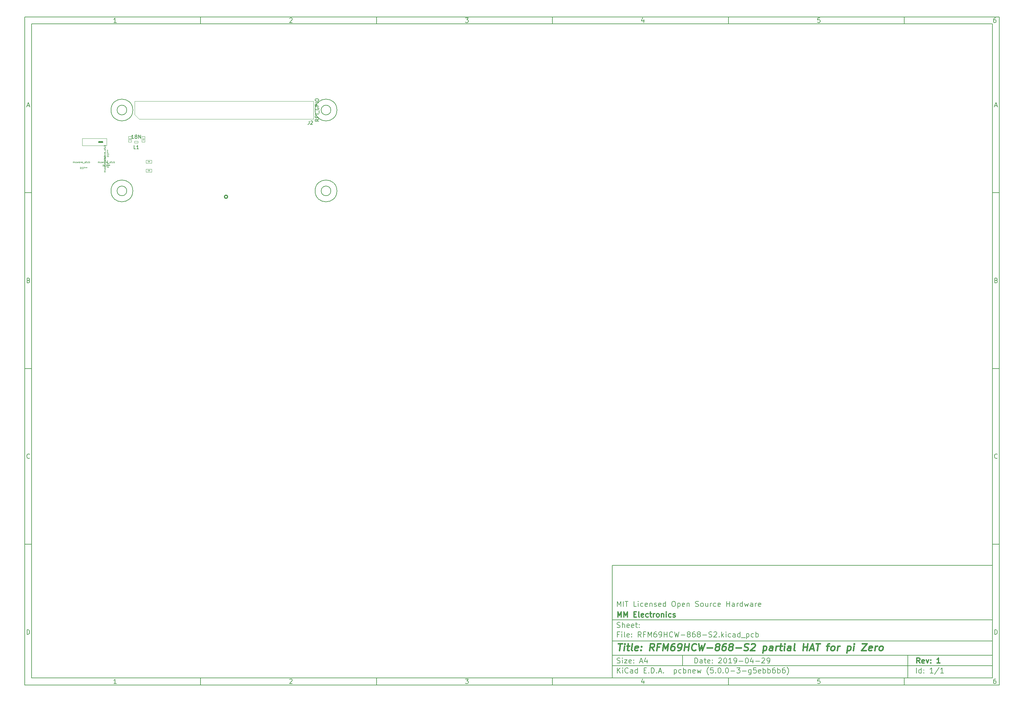
<source format=gbr>
%TF.GenerationSoftware,KiCad,Pcbnew,(5.0.0-3-g5ebb6b6)*%
%TF.CreationDate,2019-04-29T20:19:19+01:00*%
%TF.ProjectId,RFM69HCW-868-S2,52464D36394843572D3836382D53322E,1*%
%TF.SameCoordinates,Original*%
%TF.FileFunction,Other,Fab,Top*%
%FSLAX46Y46*%
G04 Gerber Fmt 4.6, Leading zero omitted, Abs format (unit mm)*
G04 Created by KiCad (PCBNEW (5.0.0-3-g5ebb6b6)) date Monday, 29 April 2019 at 20:19:19*
%MOMM*%
%LPD*%
G01*
G04 APERTURE LIST*
%ADD10C,0.100000*%
%ADD11C,0.150000*%
%ADD12C,0.300000*%
%ADD13C,0.400000*%
%ADD14C,0.075000*%
G04 APERTURE END LIST*
D10*
D11*
X177002200Y-166007200D02*
X177002200Y-198007200D01*
X285002200Y-198007200D01*
X285002200Y-166007200D01*
X177002200Y-166007200D01*
D10*
D11*
X10000000Y-10000000D02*
X10000000Y-200007200D01*
X287002200Y-200007200D01*
X287002200Y-10000000D01*
X10000000Y-10000000D01*
D10*
D11*
X12000000Y-12000000D02*
X12000000Y-198007200D01*
X285002200Y-198007200D01*
X285002200Y-12000000D01*
X12000000Y-12000000D01*
D10*
D11*
X60000000Y-12000000D02*
X60000000Y-10000000D01*
D10*
D11*
X110000000Y-12000000D02*
X110000000Y-10000000D01*
D10*
D11*
X160000000Y-12000000D02*
X160000000Y-10000000D01*
D10*
D11*
X210000000Y-12000000D02*
X210000000Y-10000000D01*
D10*
D11*
X260000000Y-12000000D02*
X260000000Y-10000000D01*
D10*
D11*
X36065476Y-11588095D02*
X35322619Y-11588095D01*
X35694047Y-11588095D02*
X35694047Y-10288095D01*
X35570238Y-10473809D01*
X35446428Y-10597619D01*
X35322619Y-10659523D01*
D10*
D11*
X85322619Y-10411904D02*
X85384523Y-10350000D01*
X85508333Y-10288095D01*
X85817857Y-10288095D01*
X85941666Y-10350000D01*
X86003571Y-10411904D01*
X86065476Y-10535714D01*
X86065476Y-10659523D01*
X86003571Y-10845238D01*
X85260714Y-11588095D01*
X86065476Y-11588095D01*
D10*
D11*
X135260714Y-10288095D02*
X136065476Y-10288095D01*
X135632142Y-10783333D01*
X135817857Y-10783333D01*
X135941666Y-10845238D01*
X136003571Y-10907142D01*
X136065476Y-11030952D01*
X136065476Y-11340476D01*
X136003571Y-11464285D01*
X135941666Y-11526190D01*
X135817857Y-11588095D01*
X135446428Y-11588095D01*
X135322619Y-11526190D01*
X135260714Y-11464285D01*
D10*
D11*
X185941666Y-10721428D02*
X185941666Y-11588095D01*
X185632142Y-10226190D02*
X185322619Y-11154761D01*
X186127380Y-11154761D01*
D10*
D11*
X236003571Y-10288095D02*
X235384523Y-10288095D01*
X235322619Y-10907142D01*
X235384523Y-10845238D01*
X235508333Y-10783333D01*
X235817857Y-10783333D01*
X235941666Y-10845238D01*
X236003571Y-10907142D01*
X236065476Y-11030952D01*
X236065476Y-11340476D01*
X236003571Y-11464285D01*
X235941666Y-11526190D01*
X235817857Y-11588095D01*
X235508333Y-11588095D01*
X235384523Y-11526190D01*
X235322619Y-11464285D01*
D10*
D11*
X285941666Y-10288095D02*
X285694047Y-10288095D01*
X285570238Y-10350000D01*
X285508333Y-10411904D01*
X285384523Y-10597619D01*
X285322619Y-10845238D01*
X285322619Y-11340476D01*
X285384523Y-11464285D01*
X285446428Y-11526190D01*
X285570238Y-11588095D01*
X285817857Y-11588095D01*
X285941666Y-11526190D01*
X286003571Y-11464285D01*
X286065476Y-11340476D01*
X286065476Y-11030952D01*
X286003571Y-10907142D01*
X285941666Y-10845238D01*
X285817857Y-10783333D01*
X285570238Y-10783333D01*
X285446428Y-10845238D01*
X285384523Y-10907142D01*
X285322619Y-11030952D01*
D10*
D11*
X60000000Y-198007200D02*
X60000000Y-200007200D01*
D10*
D11*
X110000000Y-198007200D02*
X110000000Y-200007200D01*
D10*
D11*
X160000000Y-198007200D02*
X160000000Y-200007200D01*
D10*
D11*
X210000000Y-198007200D02*
X210000000Y-200007200D01*
D10*
D11*
X260000000Y-198007200D02*
X260000000Y-200007200D01*
D10*
D11*
X36065476Y-199595295D02*
X35322619Y-199595295D01*
X35694047Y-199595295D02*
X35694047Y-198295295D01*
X35570238Y-198481009D01*
X35446428Y-198604819D01*
X35322619Y-198666723D01*
D10*
D11*
X85322619Y-198419104D02*
X85384523Y-198357200D01*
X85508333Y-198295295D01*
X85817857Y-198295295D01*
X85941666Y-198357200D01*
X86003571Y-198419104D01*
X86065476Y-198542914D01*
X86065476Y-198666723D01*
X86003571Y-198852438D01*
X85260714Y-199595295D01*
X86065476Y-199595295D01*
D10*
D11*
X135260714Y-198295295D02*
X136065476Y-198295295D01*
X135632142Y-198790533D01*
X135817857Y-198790533D01*
X135941666Y-198852438D01*
X136003571Y-198914342D01*
X136065476Y-199038152D01*
X136065476Y-199347676D01*
X136003571Y-199471485D01*
X135941666Y-199533390D01*
X135817857Y-199595295D01*
X135446428Y-199595295D01*
X135322619Y-199533390D01*
X135260714Y-199471485D01*
D10*
D11*
X185941666Y-198728628D02*
X185941666Y-199595295D01*
X185632142Y-198233390D02*
X185322619Y-199161961D01*
X186127380Y-199161961D01*
D10*
D11*
X236003571Y-198295295D02*
X235384523Y-198295295D01*
X235322619Y-198914342D01*
X235384523Y-198852438D01*
X235508333Y-198790533D01*
X235817857Y-198790533D01*
X235941666Y-198852438D01*
X236003571Y-198914342D01*
X236065476Y-199038152D01*
X236065476Y-199347676D01*
X236003571Y-199471485D01*
X235941666Y-199533390D01*
X235817857Y-199595295D01*
X235508333Y-199595295D01*
X235384523Y-199533390D01*
X235322619Y-199471485D01*
D10*
D11*
X285941666Y-198295295D02*
X285694047Y-198295295D01*
X285570238Y-198357200D01*
X285508333Y-198419104D01*
X285384523Y-198604819D01*
X285322619Y-198852438D01*
X285322619Y-199347676D01*
X285384523Y-199471485D01*
X285446428Y-199533390D01*
X285570238Y-199595295D01*
X285817857Y-199595295D01*
X285941666Y-199533390D01*
X286003571Y-199471485D01*
X286065476Y-199347676D01*
X286065476Y-199038152D01*
X286003571Y-198914342D01*
X285941666Y-198852438D01*
X285817857Y-198790533D01*
X285570238Y-198790533D01*
X285446428Y-198852438D01*
X285384523Y-198914342D01*
X285322619Y-199038152D01*
D10*
D11*
X10000000Y-60000000D02*
X12000000Y-60000000D01*
D10*
D11*
X10000000Y-110000000D02*
X12000000Y-110000000D01*
D10*
D11*
X10000000Y-160000000D02*
X12000000Y-160000000D01*
D10*
D11*
X10690476Y-35216666D02*
X11309523Y-35216666D01*
X10566666Y-35588095D02*
X11000000Y-34288095D01*
X11433333Y-35588095D01*
D10*
D11*
X11092857Y-84907142D02*
X11278571Y-84969047D01*
X11340476Y-85030952D01*
X11402380Y-85154761D01*
X11402380Y-85340476D01*
X11340476Y-85464285D01*
X11278571Y-85526190D01*
X11154761Y-85588095D01*
X10659523Y-85588095D01*
X10659523Y-84288095D01*
X11092857Y-84288095D01*
X11216666Y-84350000D01*
X11278571Y-84411904D01*
X11340476Y-84535714D01*
X11340476Y-84659523D01*
X11278571Y-84783333D01*
X11216666Y-84845238D01*
X11092857Y-84907142D01*
X10659523Y-84907142D01*
D10*
D11*
X11402380Y-135464285D02*
X11340476Y-135526190D01*
X11154761Y-135588095D01*
X11030952Y-135588095D01*
X10845238Y-135526190D01*
X10721428Y-135402380D01*
X10659523Y-135278571D01*
X10597619Y-135030952D01*
X10597619Y-134845238D01*
X10659523Y-134597619D01*
X10721428Y-134473809D01*
X10845238Y-134350000D01*
X11030952Y-134288095D01*
X11154761Y-134288095D01*
X11340476Y-134350000D01*
X11402380Y-134411904D01*
D10*
D11*
X10659523Y-185588095D02*
X10659523Y-184288095D01*
X10969047Y-184288095D01*
X11154761Y-184350000D01*
X11278571Y-184473809D01*
X11340476Y-184597619D01*
X11402380Y-184845238D01*
X11402380Y-185030952D01*
X11340476Y-185278571D01*
X11278571Y-185402380D01*
X11154761Y-185526190D01*
X10969047Y-185588095D01*
X10659523Y-185588095D01*
D10*
D11*
X287002200Y-60000000D02*
X285002200Y-60000000D01*
D10*
D11*
X287002200Y-110000000D02*
X285002200Y-110000000D01*
D10*
D11*
X287002200Y-160000000D02*
X285002200Y-160000000D01*
D10*
D11*
X285692676Y-35216666D02*
X286311723Y-35216666D01*
X285568866Y-35588095D02*
X286002200Y-34288095D01*
X286435533Y-35588095D01*
D10*
D11*
X286095057Y-84907142D02*
X286280771Y-84969047D01*
X286342676Y-85030952D01*
X286404580Y-85154761D01*
X286404580Y-85340476D01*
X286342676Y-85464285D01*
X286280771Y-85526190D01*
X286156961Y-85588095D01*
X285661723Y-85588095D01*
X285661723Y-84288095D01*
X286095057Y-84288095D01*
X286218866Y-84350000D01*
X286280771Y-84411904D01*
X286342676Y-84535714D01*
X286342676Y-84659523D01*
X286280771Y-84783333D01*
X286218866Y-84845238D01*
X286095057Y-84907142D01*
X285661723Y-84907142D01*
D10*
D11*
X286404580Y-135464285D02*
X286342676Y-135526190D01*
X286156961Y-135588095D01*
X286033152Y-135588095D01*
X285847438Y-135526190D01*
X285723628Y-135402380D01*
X285661723Y-135278571D01*
X285599819Y-135030952D01*
X285599819Y-134845238D01*
X285661723Y-134597619D01*
X285723628Y-134473809D01*
X285847438Y-134350000D01*
X286033152Y-134288095D01*
X286156961Y-134288095D01*
X286342676Y-134350000D01*
X286404580Y-134411904D01*
D10*
D11*
X285661723Y-185588095D02*
X285661723Y-184288095D01*
X285971247Y-184288095D01*
X286156961Y-184350000D01*
X286280771Y-184473809D01*
X286342676Y-184597619D01*
X286404580Y-184845238D01*
X286404580Y-185030952D01*
X286342676Y-185278571D01*
X286280771Y-185402380D01*
X286156961Y-185526190D01*
X285971247Y-185588095D01*
X285661723Y-185588095D01*
D10*
D11*
X200434342Y-193785771D02*
X200434342Y-192285771D01*
X200791485Y-192285771D01*
X201005771Y-192357200D01*
X201148628Y-192500057D01*
X201220057Y-192642914D01*
X201291485Y-192928628D01*
X201291485Y-193142914D01*
X201220057Y-193428628D01*
X201148628Y-193571485D01*
X201005771Y-193714342D01*
X200791485Y-193785771D01*
X200434342Y-193785771D01*
X202577200Y-193785771D02*
X202577200Y-193000057D01*
X202505771Y-192857200D01*
X202362914Y-192785771D01*
X202077200Y-192785771D01*
X201934342Y-192857200D01*
X202577200Y-193714342D02*
X202434342Y-193785771D01*
X202077200Y-193785771D01*
X201934342Y-193714342D01*
X201862914Y-193571485D01*
X201862914Y-193428628D01*
X201934342Y-193285771D01*
X202077200Y-193214342D01*
X202434342Y-193214342D01*
X202577200Y-193142914D01*
X203077200Y-192785771D02*
X203648628Y-192785771D01*
X203291485Y-192285771D02*
X203291485Y-193571485D01*
X203362914Y-193714342D01*
X203505771Y-193785771D01*
X203648628Y-193785771D01*
X204720057Y-193714342D02*
X204577200Y-193785771D01*
X204291485Y-193785771D01*
X204148628Y-193714342D01*
X204077200Y-193571485D01*
X204077200Y-193000057D01*
X204148628Y-192857200D01*
X204291485Y-192785771D01*
X204577200Y-192785771D01*
X204720057Y-192857200D01*
X204791485Y-193000057D01*
X204791485Y-193142914D01*
X204077200Y-193285771D01*
X205434342Y-193642914D02*
X205505771Y-193714342D01*
X205434342Y-193785771D01*
X205362914Y-193714342D01*
X205434342Y-193642914D01*
X205434342Y-193785771D01*
X205434342Y-192857200D02*
X205505771Y-192928628D01*
X205434342Y-193000057D01*
X205362914Y-192928628D01*
X205434342Y-192857200D01*
X205434342Y-193000057D01*
X207220057Y-192428628D02*
X207291485Y-192357200D01*
X207434342Y-192285771D01*
X207791485Y-192285771D01*
X207934342Y-192357200D01*
X208005771Y-192428628D01*
X208077200Y-192571485D01*
X208077200Y-192714342D01*
X208005771Y-192928628D01*
X207148628Y-193785771D01*
X208077200Y-193785771D01*
X209005771Y-192285771D02*
X209148628Y-192285771D01*
X209291485Y-192357200D01*
X209362914Y-192428628D01*
X209434342Y-192571485D01*
X209505771Y-192857200D01*
X209505771Y-193214342D01*
X209434342Y-193500057D01*
X209362914Y-193642914D01*
X209291485Y-193714342D01*
X209148628Y-193785771D01*
X209005771Y-193785771D01*
X208862914Y-193714342D01*
X208791485Y-193642914D01*
X208720057Y-193500057D01*
X208648628Y-193214342D01*
X208648628Y-192857200D01*
X208720057Y-192571485D01*
X208791485Y-192428628D01*
X208862914Y-192357200D01*
X209005771Y-192285771D01*
X210934342Y-193785771D02*
X210077200Y-193785771D01*
X210505771Y-193785771D02*
X210505771Y-192285771D01*
X210362914Y-192500057D01*
X210220057Y-192642914D01*
X210077200Y-192714342D01*
X211648628Y-193785771D02*
X211934342Y-193785771D01*
X212077200Y-193714342D01*
X212148628Y-193642914D01*
X212291485Y-193428628D01*
X212362914Y-193142914D01*
X212362914Y-192571485D01*
X212291485Y-192428628D01*
X212220057Y-192357200D01*
X212077200Y-192285771D01*
X211791485Y-192285771D01*
X211648628Y-192357200D01*
X211577200Y-192428628D01*
X211505771Y-192571485D01*
X211505771Y-192928628D01*
X211577200Y-193071485D01*
X211648628Y-193142914D01*
X211791485Y-193214342D01*
X212077200Y-193214342D01*
X212220057Y-193142914D01*
X212291485Y-193071485D01*
X212362914Y-192928628D01*
X213005771Y-193214342D02*
X214148628Y-193214342D01*
X215148628Y-192285771D02*
X215291485Y-192285771D01*
X215434342Y-192357200D01*
X215505771Y-192428628D01*
X215577200Y-192571485D01*
X215648628Y-192857200D01*
X215648628Y-193214342D01*
X215577200Y-193500057D01*
X215505771Y-193642914D01*
X215434342Y-193714342D01*
X215291485Y-193785771D01*
X215148628Y-193785771D01*
X215005771Y-193714342D01*
X214934342Y-193642914D01*
X214862914Y-193500057D01*
X214791485Y-193214342D01*
X214791485Y-192857200D01*
X214862914Y-192571485D01*
X214934342Y-192428628D01*
X215005771Y-192357200D01*
X215148628Y-192285771D01*
X216934342Y-192785771D02*
X216934342Y-193785771D01*
X216577200Y-192214342D02*
X216220057Y-193285771D01*
X217148628Y-193285771D01*
X217720057Y-193214342D02*
X218862914Y-193214342D01*
X219505771Y-192428628D02*
X219577200Y-192357200D01*
X219720057Y-192285771D01*
X220077200Y-192285771D01*
X220220057Y-192357200D01*
X220291485Y-192428628D01*
X220362914Y-192571485D01*
X220362914Y-192714342D01*
X220291485Y-192928628D01*
X219434342Y-193785771D01*
X220362914Y-193785771D01*
X221077200Y-193785771D02*
X221362914Y-193785771D01*
X221505771Y-193714342D01*
X221577200Y-193642914D01*
X221720057Y-193428628D01*
X221791485Y-193142914D01*
X221791485Y-192571485D01*
X221720057Y-192428628D01*
X221648628Y-192357200D01*
X221505771Y-192285771D01*
X221220057Y-192285771D01*
X221077200Y-192357200D01*
X221005771Y-192428628D01*
X220934342Y-192571485D01*
X220934342Y-192928628D01*
X221005771Y-193071485D01*
X221077200Y-193142914D01*
X221220057Y-193214342D01*
X221505771Y-193214342D01*
X221648628Y-193142914D01*
X221720057Y-193071485D01*
X221791485Y-192928628D01*
D10*
D11*
X177002200Y-194507200D02*
X285002200Y-194507200D01*
D10*
D11*
X178434342Y-196585771D02*
X178434342Y-195085771D01*
X179291485Y-196585771D02*
X178648628Y-195728628D01*
X179291485Y-195085771D02*
X178434342Y-195942914D01*
X179934342Y-196585771D02*
X179934342Y-195585771D01*
X179934342Y-195085771D02*
X179862914Y-195157200D01*
X179934342Y-195228628D01*
X180005771Y-195157200D01*
X179934342Y-195085771D01*
X179934342Y-195228628D01*
X181505771Y-196442914D02*
X181434342Y-196514342D01*
X181220057Y-196585771D01*
X181077200Y-196585771D01*
X180862914Y-196514342D01*
X180720057Y-196371485D01*
X180648628Y-196228628D01*
X180577200Y-195942914D01*
X180577200Y-195728628D01*
X180648628Y-195442914D01*
X180720057Y-195300057D01*
X180862914Y-195157200D01*
X181077200Y-195085771D01*
X181220057Y-195085771D01*
X181434342Y-195157200D01*
X181505771Y-195228628D01*
X182791485Y-196585771D02*
X182791485Y-195800057D01*
X182720057Y-195657200D01*
X182577200Y-195585771D01*
X182291485Y-195585771D01*
X182148628Y-195657200D01*
X182791485Y-196514342D02*
X182648628Y-196585771D01*
X182291485Y-196585771D01*
X182148628Y-196514342D01*
X182077200Y-196371485D01*
X182077200Y-196228628D01*
X182148628Y-196085771D01*
X182291485Y-196014342D01*
X182648628Y-196014342D01*
X182791485Y-195942914D01*
X184148628Y-196585771D02*
X184148628Y-195085771D01*
X184148628Y-196514342D02*
X184005771Y-196585771D01*
X183720057Y-196585771D01*
X183577200Y-196514342D01*
X183505771Y-196442914D01*
X183434342Y-196300057D01*
X183434342Y-195871485D01*
X183505771Y-195728628D01*
X183577200Y-195657200D01*
X183720057Y-195585771D01*
X184005771Y-195585771D01*
X184148628Y-195657200D01*
X186005771Y-195800057D02*
X186505771Y-195800057D01*
X186720057Y-196585771D02*
X186005771Y-196585771D01*
X186005771Y-195085771D01*
X186720057Y-195085771D01*
X187362914Y-196442914D02*
X187434342Y-196514342D01*
X187362914Y-196585771D01*
X187291485Y-196514342D01*
X187362914Y-196442914D01*
X187362914Y-196585771D01*
X188077200Y-196585771D02*
X188077200Y-195085771D01*
X188434342Y-195085771D01*
X188648628Y-195157200D01*
X188791485Y-195300057D01*
X188862914Y-195442914D01*
X188934342Y-195728628D01*
X188934342Y-195942914D01*
X188862914Y-196228628D01*
X188791485Y-196371485D01*
X188648628Y-196514342D01*
X188434342Y-196585771D01*
X188077200Y-196585771D01*
X189577200Y-196442914D02*
X189648628Y-196514342D01*
X189577200Y-196585771D01*
X189505771Y-196514342D01*
X189577200Y-196442914D01*
X189577200Y-196585771D01*
X190220057Y-196157200D02*
X190934342Y-196157200D01*
X190077200Y-196585771D02*
X190577200Y-195085771D01*
X191077200Y-196585771D01*
X191577200Y-196442914D02*
X191648628Y-196514342D01*
X191577200Y-196585771D01*
X191505771Y-196514342D01*
X191577200Y-196442914D01*
X191577200Y-196585771D01*
X194577200Y-195585771D02*
X194577200Y-197085771D01*
X194577200Y-195657200D02*
X194720057Y-195585771D01*
X195005771Y-195585771D01*
X195148628Y-195657200D01*
X195220057Y-195728628D01*
X195291485Y-195871485D01*
X195291485Y-196300057D01*
X195220057Y-196442914D01*
X195148628Y-196514342D01*
X195005771Y-196585771D01*
X194720057Y-196585771D01*
X194577200Y-196514342D01*
X196577200Y-196514342D02*
X196434342Y-196585771D01*
X196148628Y-196585771D01*
X196005771Y-196514342D01*
X195934342Y-196442914D01*
X195862914Y-196300057D01*
X195862914Y-195871485D01*
X195934342Y-195728628D01*
X196005771Y-195657200D01*
X196148628Y-195585771D01*
X196434342Y-195585771D01*
X196577200Y-195657200D01*
X197220057Y-196585771D02*
X197220057Y-195085771D01*
X197220057Y-195657200D02*
X197362914Y-195585771D01*
X197648628Y-195585771D01*
X197791485Y-195657200D01*
X197862914Y-195728628D01*
X197934342Y-195871485D01*
X197934342Y-196300057D01*
X197862914Y-196442914D01*
X197791485Y-196514342D01*
X197648628Y-196585771D01*
X197362914Y-196585771D01*
X197220057Y-196514342D01*
X198577200Y-195585771D02*
X198577200Y-196585771D01*
X198577200Y-195728628D02*
X198648628Y-195657200D01*
X198791485Y-195585771D01*
X199005771Y-195585771D01*
X199148628Y-195657200D01*
X199220057Y-195800057D01*
X199220057Y-196585771D01*
X200505771Y-196514342D02*
X200362914Y-196585771D01*
X200077200Y-196585771D01*
X199934342Y-196514342D01*
X199862914Y-196371485D01*
X199862914Y-195800057D01*
X199934342Y-195657200D01*
X200077200Y-195585771D01*
X200362914Y-195585771D01*
X200505771Y-195657200D01*
X200577200Y-195800057D01*
X200577200Y-195942914D01*
X199862914Y-196085771D01*
X201077200Y-195585771D02*
X201362914Y-196585771D01*
X201648628Y-195871485D01*
X201934342Y-196585771D01*
X202220057Y-195585771D01*
X204362914Y-197157200D02*
X204291485Y-197085771D01*
X204148628Y-196871485D01*
X204077200Y-196728628D01*
X204005771Y-196514342D01*
X203934342Y-196157200D01*
X203934342Y-195871485D01*
X204005771Y-195514342D01*
X204077200Y-195300057D01*
X204148628Y-195157200D01*
X204291485Y-194942914D01*
X204362914Y-194871485D01*
X205648628Y-195085771D02*
X204934342Y-195085771D01*
X204862914Y-195800057D01*
X204934342Y-195728628D01*
X205077200Y-195657200D01*
X205434342Y-195657200D01*
X205577200Y-195728628D01*
X205648628Y-195800057D01*
X205720057Y-195942914D01*
X205720057Y-196300057D01*
X205648628Y-196442914D01*
X205577200Y-196514342D01*
X205434342Y-196585771D01*
X205077200Y-196585771D01*
X204934342Y-196514342D01*
X204862914Y-196442914D01*
X206362914Y-196442914D02*
X206434342Y-196514342D01*
X206362914Y-196585771D01*
X206291485Y-196514342D01*
X206362914Y-196442914D01*
X206362914Y-196585771D01*
X207362914Y-195085771D02*
X207505771Y-195085771D01*
X207648628Y-195157200D01*
X207720057Y-195228628D01*
X207791485Y-195371485D01*
X207862914Y-195657200D01*
X207862914Y-196014342D01*
X207791485Y-196300057D01*
X207720057Y-196442914D01*
X207648628Y-196514342D01*
X207505771Y-196585771D01*
X207362914Y-196585771D01*
X207220057Y-196514342D01*
X207148628Y-196442914D01*
X207077200Y-196300057D01*
X207005771Y-196014342D01*
X207005771Y-195657200D01*
X207077200Y-195371485D01*
X207148628Y-195228628D01*
X207220057Y-195157200D01*
X207362914Y-195085771D01*
X208505771Y-196442914D02*
X208577200Y-196514342D01*
X208505771Y-196585771D01*
X208434342Y-196514342D01*
X208505771Y-196442914D01*
X208505771Y-196585771D01*
X209505771Y-195085771D02*
X209648628Y-195085771D01*
X209791485Y-195157200D01*
X209862914Y-195228628D01*
X209934342Y-195371485D01*
X210005771Y-195657200D01*
X210005771Y-196014342D01*
X209934342Y-196300057D01*
X209862914Y-196442914D01*
X209791485Y-196514342D01*
X209648628Y-196585771D01*
X209505771Y-196585771D01*
X209362914Y-196514342D01*
X209291485Y-196442914D01*
X209220057Y-196300057D01*
X209148628Y-196014342D01*
X209148628Y-195657200D01*
X209220057Y-195371485D01*
X209291485Y-195228628D01*
X209362914Y-195157200D01*
X209505771Y-195085771D01*
X210648628Y-196014342D02*
X211791485Y-196014342D01*
X212362914Y-195085771D02*
X213291485Y-195085771D01*
X212791485Y-195657200D01*
X213005771Y-195657200D01*
X213148628Y-195728628D01*
X213220057Y-195800057D01*
X213291485Y-195942914D01*
X213291485Y-196300057D01*
X213220057Y-196442914D01*
X213148628Y-196514342D01*
X213005771Y-196585771D01*
X212577200Y-196585771D01*
X212434342Y-196514342D01*
X212362914Y-196442914D01*
X213934342Y-196014342D02*
X215077200Y-196014342D01*
X216434342Y-195585771D02*
X216434342Y-196800057D01*
X216362914Y-196942914D01*
X216291485Y-197014342D01*
X216148628Y-197085771D01*
X215934342Y-197085771D01*
X215791485Y-197014342D01*
X216434342Y-196514342D02*
X216291485Y-196585771D01*
X216005771Y-196585771D01*
X215862914Y-196514342D01*
X215791485Y-196442914D01*
X215720057Y-196300057D01*
X215720057Y-195871485D01*
X215791485Y-195728628D01*
X215862914Y-195657200D01*
X216005771Y-195585771D01*
X216291485Y-195585771D01*
X216434342Y-195657200D01*
X217862914Y-195085771D02*
X217148628Y-195085771D01*
X217077200Y-195800057D01*
X217148628Y-195728628D01*
X217291485Y-195657200D01*
X217648628Y-195657200D01*
X217791485Y-195728628D01*
X217862914Y-195800057D01*
X217934342Y-195942914D01*
X217934342Y-196300057D01*
X217862914Y-196442914D01*
X217791485Y-196514342D01*
X217648628Y-196585771D01*
X217291485Y-196585771D01*
X217148628Y-196514342D01*
X217077200Y-196442914D01*
X219148628Y-196514342D02*
X219005771Y-196585771D01*
X218720057Y-196585771D01*
X218577200Y-196514342D01*
X218505771Y-196371485D01*
X218505771Y-195800057D01*
X218577200Y-195657200D01*
X218720057Y-195585771D01*
X219005771Y-195585771D01*
X219148628Y-195657200D01*
X219220057Y-195800057D01*
X219220057Y-195942914D01*
X218505771Y-196085771D01*
X219862914Y-196585771D02*
X219862914Y-195085771D01*
X219862914Y-195657200D02*
X220005771Y-195585771D01*
X220291485Y-195585771D01*
X220434342Y-195657200D01*
X220505771Y-195728628D01*
X220577200Y-195871485D01*
X220577200Y-196300057D01*
X220505771Y-196442914D01*
X220434342Y-196514342D01*
X220291485Y-196585771D01*
X220005771Y-196585771D01*
X219862914Y-196514342D01*
X221220057Y-196585771D02*
X221220057Y-195085771D01*
X221220057Y-195657200D02*
X221362914Y-195585771D01*
X221648628Y-195585771D01*
X221791485Y-195657200D01*
X221862914Y-195728628D01*
X221934342Y-195871485D01*
X221934342Y-196300057D01*
X221862914Y-196442914D01*
X221791485Y-196514342D01*
X221648628Y-196585771D01*
X221362914Y-196585771D01*
X221220057Y-196514342D01*
X223220057Y-195085771D02*
X222934342Y-195085771D01*
X222791485Y-195157200D01*
X222720057Y-195228628D01*
X222577200Y-195442914D01*
X222505771Y-195728628D01*
X222505771Y-196300057D01*
X222577200Y-196442914D01*
X222648628Y-196514342D01*
X222791485Y-196585771D01*
X223077200Y-196585771D01*
X223220057Y-196514342D01*
X223291485Y-196442914D01*
X223362914Y-196300057D01*
X223362914Y-195942914D01*
X223291485Y-195800057D01*
X223220057Y-195728628D01*
X223077200Y-195657200D01*
X222791485Y-195657200D01*
X222648628Y-195728628D01*
X222577200Y-195800057D01*
X222505771Y-195942914D01*
X224005771Y-196585771D02*
X224005771Y-195085771D01*
X224005771Y-195657200D02*
X224148628Y-195585771D01*
X224434342Y-195585771D01*
X224577200Y-195657200D01*
X224648628Y-195728628D01*
X224720057Y-195871485D01*
X224720057Y-196300057D01*
X224648628Y-196442914D01*
X224577200Y-196514342D01*
X224434342Y-196585771D01*
X224148628Y-196585771D01*
X224005771Y-196514342D01*
X226005771Y-195085771D02*
X225720057Y-195085771D01*
X225577200Y-195157200D01*
X225505771Y-195228628D01*
X225362914Y-195442914D01*
X225291485Y-195728628D01*
X225291485Y-196300057D01*
X225362914Y-196442914D01*
X225434342Y-196514342D01*
X225577200Y-196585771D01*
X225862914Y-196585771D01*
X226005771Y-196514342D01*
X226077200Y-196442914D01*
X226148628Y-196300057D01*
X226148628Y-195942914D01*
X226077200Y-195800057D01*
X226005771Y-195728628D01*
X225862914Y-195657200D01*
X225577200Y-195657200D01*
X225434342Y-195728628D01*
X225362914Y-195800057D01*
X225291485Y-195942914D01*
X226648628Y-197157200D02*
X226720057Y-197085771D01*
X226862914Y-196871485D01*
X226934342Y-196728628D01*
X227005771Y-196514342D01*
X227077200Y-196157200D01*
X227077200Y-195871485D01*
X227005771Y-195514342D01*
X226934342Y-195300057D01*
X226862914Y-195157200D01*
X226720057Y-194942914D01*
X226648628Y-194871485D01*
D10*
D11*
X177002200Y-191507200D02*
X285002200Y-191507200D01*
D10*
D12*
X264411485Y-193785771D02*
X263911485Y-193071485D01*
X263554342Y-193785771D02*
X263554342Y-192285771D01*
X264125771Y-192285771D01*
X264268628Y-192357200D01*
X264340057Y-192428628D01*
X264411485Y-192571485D01*
X264411485Y-192785771D01*
X264340057Y-192928628D01*
X264268628Y-193000057D01*
X264125771Y-193071485D01*
X263554342Y-193071485D01*
X265625771Y-193714342D02*
X265482914Y-193785771D01*
X265197200Y-193785771D01*
X265054342Y-193714342D01*
X264982914Y-193571485D01*
X264982914Y-193000057D01*
X265054342Y-192857200D01*
X265197200Y-192785771D01*
X265482914Y-192785771D01*
X265625771Y-192857200D01*
X265697200Y-193000057D01*
X265697200Y-193142914D01*
X264982914Y-193285771D01*
X266197200Y-192785771D02*
X266554342Y-193785771D01*
X266911485Y-192785771D01*
X267482914Y-193642914D02*
X267554342Y-193714342D01*
X267482914Y-193785771D01*
X267411485Y-193714342D01*
X267482914Y-193642914D01*
X267482914Y-193785771D01*
X267482914Y-192857200D02*
X267554342Y-192928628D01*
X267482914Y-193000057D01*
X267411485Y-192928628D01*
X267482914Y-192857200D01*
X267482914Y-193000057D01*
X270125771Y-193785771D02*
X269268628Y-193785771D01*
X269697200Y-193785771D02*
X269697200Y-192285771D01*
X269554342Y-192500057D01*
X269411485Y-192642914D01*
X269268628Y-192714342D01*
D10*
D11*
X178362914Y-193714342D02*
X178577200Y-193785771D01*
X178934342Y-193785771D01*
X179077200Y-193714342D01*
X179148628Y-193642914D01*
X179220057Y-193500057D01*
X179220057Y-193357200D01*
X179148628Y-193214342D01*
X179077200Y-193142914D01*
X178934342Y-193071485D01*
X178648628Y-193000057D01*
X178505771Y-192928628D01*
X178434342Y-192857200D01*
X178362914Y-192714342D01*
X178362914Y-192571485D01*
X178434342Y-192428628D01*
X178505771Y-192357200D01*
X178648628Y-192285771D01*
X179005771Y-192285771D01*
X179220057Y-192357200D01*
X179862914Y-193785771D02*
X179862914Y-192785771D01*
X179862914Y-192285771D02*
X179791485Y-192357200D01*
X179862914Y-192428628D01*
X179934342Y-192357200D01*
X179862914Y-192285771D01*
X179862914Y-192428628D01*
X180434342Y-192785771D02*
X181220057Y-192785771D01*
X180434342Y-193785771D01*
X181220057Y-193785771D01*
X182362914Y-193714342D02*
X182220057Y-193785771D01*
X181934342Y-193785771D01*
X181791485Y-193714342D01*
X181720057Y-193571485D01*
X181720057Y-193000057D01*
X181791485Y-192857200D01*
X181934342Y-192785771D01*
X182220057Y-192785771D01*
X182362914Y-192857200D01*
X182434342Y-193000057D01*
X182434342Y-193142914D01*
X181720057Y-193285771D01*
X183077200Y-193642914D02*
X183148628Y-193714342D01*
X183077200Y-193785771D01*
X183005771Y-193714342D01*
X183077200Y-193642914D01*
X183077200Y-193785771D01*
X183077200Y-192857200D02*
X183148628Y-192928628D01*
X183077200Y-193000057D01*
X183005771Y-192928628D01*
X183077200Y-192857200D01*
X183077200Y-193000057D01*
X184862914Y-193357200D02*
X185577200Y-193357200D01*
X184720057Y-193785771D02*
X185220057Y-192285771D01*
X185720057Y-193785771D01*
X186862914Y-192785771D02*
X186862914Y-193785771D01*
X186505771Y-192214342D02*
X186148628Y-193285771D01*
X187077200Y-193285771D01*
D10*
D11*
X263434342Y-196585771D02*
X263434342Y-195085771D01*
X264791485Y-196585771D02*
X264791485Y-195085771D01*
X264791485Y-196514342D02*
X264648628Y-196585771D01*
X264362914Y-196585771D01*
X264220057Y-196514342D01*
X264148628Y-196442914D01*
X264077200Y-196300057D01*
X264077200Y-195871485D01*
X264148628Y-195728628D01*
X264220057Y-195657200D01*
X264362914Y-195585771D01*
X264648628Y-195585771D01*
X264791485Y-195657200D01*
X265505771Y-196442914D02*
X265577200Y-196514342D01*
X265505771Y-196585771D01*
X265434342Y-196514342D01*
X265505771Y-196442914D01*
X265505771Y-196585771D01*
X265505771Y-195657200D02*
X265577200Y-195728628D01*
X265505771Y-195800057D01*
X265434342Y-195728628D01*
X265505771Y-195657200D01*
X265505771Y-195800057D01*
X268148628Y-196585771D02*
X267291485Y-196585771D01*
X267720057Y-196585771D02*
X267720057Y-195085771D01*
X267577200Y-195300057D01*
X267434342Y-195442914D01*
X267291485Y-195514342D01*
X269862914Y-195014342D02*
X268577200Y-196942914D01*
X271148628Y-196585771D02*
X270291485Y-196585771D01*
X270720057Y-196585771D02*
X270720057Y-195085771D01*
X270577200Y-195300057D01*
X270434342Y-195442914D01*
X270291485Y-195514342D01*
D10*
D11*
X177002200Y-187507200D02*
X285002200Y-187507200D01*
D10*
D13*
X178714580Y-188211961D02*
X179857438Y-188211961D01*
X179036009Y-190211961D02*
X179286009Y-188211961D01*
X180274104Y-190211961D02*
X180440771Y-188878628D01*
X180524104Y-188211961D02*
X180416961Y-188307200D01*
X180500295Y-188402438D01*
X180607438Y-188307200D01*
X180524104Y-188211961D01*
X180500295Y-188402438D01*
X181107438Y-188878628D02*
X181869342Y-188878628D01*
X181476485Y-188211961D02*
X181262200Y-189926247D01*
X181333628Y-190116723D01*
X181512200Y-190211961D01*
X181702676Y-190211961D01*
X182655057Y-190211961D02*
X182476485Y-190116723D01*
X182405057Y-189926247D01*
X182619342Y-188211961D01*
X184190771Y-190116723D02*
X183988390Y-190211961D01*
X183607438Y-190211961D01*
X183428866Y-190116723D01*
X183357438Y-189926247D01*
X183452676Y-189164342D01*
X183571723Y-188973866D01*
X183774104Y-188878628D01*
X184155057Y-188878628D01*
X184333628Y-188973866D01*
X184405057Y-189164342D01*
X184381247Y-189354819D01*
X183405057Y-189545295D01*
X185155057Y-190021485D02*
X185238390Y-190116723D01*
X185131247Y-190211961D01*
X185047914Y-190116723D01*
X185155057Y-190021485D01*
X185131247Y-190211961D01*
X185286009Y-188973866D02*
X185369342Y-189069104D01*
X185262200Y-189164342D01*
X185178866Y-189069104D01*
X185286009Y-188973866D01*
X185262200Y-189164342D01*
X188750295Y-190211961D02*
X188202676Y-189259580D01*
X187607438Y-190211961D02*
X187857438Y-188211961D01*
X188619342Y-188211961D01*
X188797914Y-188307200D01*
X188881247Y-188402438D01*
X188952676Y-188592914D01*
X188916961Y-188878628D01*
X188797914Y-189069104D01*
X188690771Y-189164342D01*
X188488390Y-189259580D01*
X187726485Y-189259580D01*
X190405057Y-189164342D02*
X189738390Y-189164342D01*
X189607438Y-190211961D02*
X189857438Y-188211961D01*
X190809819Y-188211961D01*
X191321723Y-190211961D02*
X191571723Y-188211961D01*
X192059819Y-189640533D01*
X192905057Y-188211961D01*
X192655057Y-190211961D01*
X194714580Y-188211961D02*
X194333628Y-188211961D01*
X194131247Y-188307200D01*
X194024104Y-188402438D01*
X193797914Y-188688152D01*
X193655057Y-189069104D01*
X193559819Y-189831009D01*
X193631247Y-190021485D01*
X193714580Y-190116723D01*
X193893152Y-190211961D01*
X194274104Y-190211961D01*
X194476485Y-190116723D01*
X194583628Y-190021485D01*
X194702676Y-189831009D01*
X194762200Y-189354819D01*
X194690771Y-189164342D01*
X194607438Y-189069104D01*
X194428866Y-188973866D01*
X194047914Y-188973866D01*
X193845533Y-189069104D01*
X193738390Y-189164342D01*
X193619342Y-189354819D01*
X195607438Y-190211961D02*
X195988390Y-190211961D01*
X196190771Y-190116723D01*
X196297914Y-190021485D01*
X196524104Y-189735771D01*
X196666961Y-189354819D01*
X196762200Y-188592914D01*
X196690771Y-188402438D01*
X196607438Y-188307200D01*
X196428866Y-188211961D01*
X196047914Y-188211961D01*
X195845533Y-188307200D01*
X195738390Y-188402438D01*
X195619342Y-188592914D01*
X195559819Y-189069104D01*
X195631247Y-189259580D01*
X195714580Y-189354819D01*
X195893152Y-189450057D01*
X196274104Y-189450057D01*
X196476485Y-189354819D01*
X196583628Y-189259580D01*
X196702676Y-189069104D01*
X197416961Y-190211961D02*
X197666961Y-188211961D01*
X197547914Y-189164342D02*
X198690771Y-189164342D01*
X198559819Y-190211961D02*
X198809819Y-188211961D01*
X200678866Y-190021485D02*
X200571723Y-190116723D01*
X200274104Y-190211961D01*
X200083628Y-190211961D01*
X199809819Y-190116723D01*
X199643152Y-189926247D01*
X199571723Y-189735771D01*
X199524104Y-189354819D01*
X199559819Y-189069104D01*
X199702676Y-188688152D01*
X199821723Y-188497676D01*
X200036009Y-188307200D01*
X200333628Y-188211961D01*
X200524104Y-188211961D01*
X200797914Y-188307200D01*
X200881247Y-188402438D01*
X201571723Y-188211961D02*
X201797914Y-190211961D01*
X202357438Y-188783390D01*
X202559819Y-190211961D01*
X203286009Y-188211961D01*
X203893152Y-189450057D02*
X205416961Y-189450057D01*
X206702676Y-189069104D02*
X206524104Y-188973866D01*
X206440771Y-188878628D01*
X206369342Y-188688152D01*
X206381247Y-188592914D01*
X206500295Y-188402438D01*
X206607438Y-188307200D01*
X206809819Y-188211961D01*
X207190771Y-188211961D01*
X207369342Y-188307200D01*
X207452676Y-188402438D01*
X207524104Y-188592914D01*
X207512200Y-188688152D01*
X207393152Y-188878628D01*
X207286009Y-188973866D01*
X207083628Y-189069104D01*
X206702676Y-189069104D01*
X206500295Y-189164342D01*
X206393152Y-189259580D01*
X206274104Y-189450057D01*
X206226485Y-189831009D01*
X206297914Y-190021485D01*
X206381247Y-190116723D01*
X206559819Y-190211961D01*
X206940771Y-190211961D01*
X207143152Y-190116723D01*
X207250295Y-190021485D01*
X207369342Y-189831009D01*
X207416961Y-189450057D01*
X207345533Y-189259580D01*
X207262200Y-189164342D01*
X207083628Y-189069104D01*
X209286009Y-188211961D02*
X208905057Y-188211961D01*
X208702676Y-188307200D01*
X208595533Y-188402438D01*
X208369342Y-188688152D01*
X208226485Y-189069104D01*
X208131247Y-189831009D01*
X208202676Y-190021485D01*
X208286009Y-190116723D01*
X208464580Y-190211961D01*
X208845533Y-190211961D01*
X209047914Y-190116723D01*
X209155057Y-190021485D01*
X209274104Y-189831009D01*
X209333628Y-189354819D01*
X209262200Y-189164342D01*
X209178866Y-189069104D01*
X209000295Y-188973866D01*
X208619342Y-188973866D01*
X208416961Y-189069104D01*
X208309819Y-189164342D01*
X208190771Y-189354819D01*
X210512200Y-189069104D02*
X210333628Y-188973866D01*
X210250295Y-188878628D01*
X210178866Y-188688152D01*
X210190771Y-188592914D01*
X210309819Y-188402438D01*
X210416961Y-188307200D01*
X210619342Y-188211961D01*
X211000295Y-188211961D01*
X211178866Y-188307200D01*
X211262200Y-188402438D01*
X211333628Y-188592914D01*
X211321723Y-188688152D01*
X211202676Y-188878628D01*
X211095533Y-188973866D01*
X210893152Y-189069104D01*
X210512200Y-189069104D01*
X210309819Y-189164342D01*
X210202676Y-189259580D01*
X210083628Y-189450057D01*
X210036009Y-189831009D01*
X210107438Y-190021485D01*
X210190771Y-190116723D01*
X210369342Y-190211961D01*
X210750295Y-190211961D01*
X210952676Y-190116723D01*
X211059819Y-190021485D01*
X211178866Y-189831009D01*
X211226485Y-189450057D01*
X211155057Y-189259580D01*
X211071723Y-189164342D01*
X210893152Y-189069104D01*
X212083628Y-189450057D02*
X213607438Y-189450057D01*
X214381247Y-190116723D02*
X214655057Y-190211961D01*
X215131247Y-190211961D01*
X215333628Y-190116723D01*
X215440771Y-190021485D01*
X215559819Y-189831009D01*
X215583628Y-189640533D01*
X215512200Y-189450057D01*
X215428866Y-189354819D01*
X215250295Y-189259580D01*
X214881247Y-189164342D01*
X214702676Y-189069104D01*
X214619342Y-188973866D01*
X214547914Y-188783390D01*
X214571723Y-188592914D01*
X214690771Y-188402438D01*
X214797914Y-188307200D01*
X215000295Y-188211961D01*
X215476485Y-188211961D01*
X215750295Y-188307200D01*
X216500295Y-188402438D02*
X216607438Y-188307200D01*
X216809819Y-188211961D01*
X217286009Y-188211961D01*
X217464580Y-188307200D01*
X217547914Y-188402438D01*
X217619342Y-188592914D01*
X217595533Y-188783390D01*
X217464580Y-189069104D01*
X216178866Y-190211961D01*
X217416961Y-190211961D01*
X219964580Y-188878628D02*
X219714580Y-190878628D01*
X219952676Y-188973866D02*
X220155057Y-188878628D01*
X220536009Y-188878628D01*
X220714580Y-188973866D01*
X220797914Y-189069104D01*
X220869342Y-189259580D01*
X220797914Y-189831009D01*
X220678866Y-190021485D01*
X220571723Y-190116723D01*
X220369342Y-190211961D01*
X219988390Y-190211961D01*
X219809819Y-190116723D01*
X222464580Y-190211961D02*
X222595533Y-189164342D01*
X222524104Y-188973866D01*
X222345533Y-188878628D01*
X221964580Y-188878628D01*
X221762200Y-188973866D01*
X222476485Y-190116723D02*
X222274104Y-190211961D01*
X221797914Y-190211961D01*
X221619342Y-190116723D01*
X221547914Y-189926247D01*
X221571723Y-189735771D01*
X221690771Y-189545295D01*
X221893152Y-189450057D01*
X222369342Y-189450057D01*
X222571723Y-189354819D01*
X223416961Y-190211961D02*
X223583628Y-188878628D01*
X223536009Y-189259580D02*
X223655057Y-189069104D01*
X223762199Y-188973866D01*
X223964580Y-188878628D01*
X224155057Y-188878628D01*
X224536009Y-188878628D02*
X225297914Y-188878628D01*
X224905057Y-188211961D02*
X224690771Y-189926247D01*
X224762200Y-190116723D01*
X224940771Y-190211961D01*
X225131247Y-190211961D01*
X225797914Y-190211961D02*
X225964580Y-188878628D01*
X226047914Y-188211961D02*
X225940771Y-188307200D01*
X226024104Y-188402438D01*
X226131247Y-188307200D01*
X226047914Y-188211961D01*
X226024104Y-188402438D01*
X227607438Y-190211961D02*
X227738390Y-189164342D01*
X227666961Y-188973866D01*
X227488390Y-188878628D01*
X227107438Y-188878628D01*
X226905057Y-188973866D01*
X227619342Y-190116723D02*
X227416961Y-190211961D01*
X226940771Y-190211961D01*
X226762200Y-190116723D01*
X226690771Y-189926247D01*
X226714580Y-189735771D01*
X226833628Y-189545295D01*
X227036009Y-189450057D01*
X227512200Y-189450057D01*
X227714580Y-189354819D01*
X228845533Y-190211961D02*
X228666961Y-190116723D01*
X228595533Y-189926247D01*
X228809819Y-188211961D01*
X231131247Y-190211961D02*
X231381247Y-188211961D01*
X231262199Y-189164342D02*
X232405057Y-189164342D01*
X232274104Y-190211961D02*
X232524104Y-188211961D01*
X233202676Y-189640533D02*
X234155057Y-189640533D01*
X232940771Y-190211961D02*
X233857438Y-188211961D01*
X234274104Y-190211961D01*
X234905057Y-188211961D02*
X236047914Y-188211961D01*
X235226485Y-190211961D02*
X235476485Y-188211961D01*
X237869342Y-188878628D02*
X238631247Y-188878628D01*
X237988390Y-190211961D02*
X238202676Y-188497676D01*
X238321723Y-188307200D01*
X238524104Y-188211961D01*
X238714580Y-188211961D01*
X239416961Y-190211961D02*
X239238390Y-190116723D01*
X239155057Y-190021485D01*
X239083628Y-189831009D01*
X239155057Y-189259580D01*
X239274104Y-189069104D01*
X239381247Y-188973866D01*
X239583628Y-188878628D01*
X239869342Y-188878628D01*
X240047914Y-188973866D01*
X240131247Y-189069104D01*
X240202676Y-189259580D01*
X240131247Y-189831009D01*
X240012199Y-190021485D01*
X239905057Y-190116723D01*
X239702676Y-190211961D01*
X239416961Y-190211961D01*
X240940771Y-190211961D02*
X241107438Y-188878628D01*
X241059819Y-189259580D02*
X241178866Y-189069104D01*
X241286009Y-188973866D01*
X241488390Y-188878628D01*
X241678866Y-188878628D01*
X243869342Y-188878628D02*
X243619342Y-190878628D01*
X243857438Y-188973866D02*
X244059819Y-188878628D01*
X244440771Y-188878628D01*
X244619342Y-188973866D01*
X244702676Y-189069104D01*
X244774104Y-189259580D01*
X244702676Y-189831009D01*
X244583628Y-190021485D01*
X244476485Y-190116723D01*
X244274104Y-190211961D01*
X243893152Y-190211961D01*
X243714580Y-190116723D01*
X245512199Y-190211961D02*
X245678866Y-188878628D01*
X245762199Y-188211961D02*
X245655057Y-188307200D01*
X245738390Y-188402438D01*
X245845533Y-188307200D01*
X245762199Y-188211961D01*
X245738390Y-188402438D01*
X248047914Y-188211961D02*
X249381247Y-188211961D01*
X247797914Y-190211961D01*
X249131247Y-190211961D01*
X250666961Y-190116723D02*
X250464580Y-190211961D01*
X250083628Y-190211961D01*
X249905057Y-190116723D01*
X249833628Y-189926247D01*
X249928866Y-189164342D01*
X250047914Y-188973866D01*
X250250295Y-188878628D01*
X250631247Y-188878628D01*
X250809819Y-188973866D01*
X250881247Y-189164342D01*
X250857438Y-189354819D01*
X249881247Y-189545295D01*
X251607438Y-190211961D02*
X251774104Y-188878628D01*
X251726485Y-189259580D02*
X251845533Y-189069104D01*
X251952676Y-188973866D01*
X252155057Y-188878628D01*
X252345533Y-188878628D01*
X253131247Y-190211961D02*
X252952676Y-190116723D01*
X252869342Y-190021485D01*
X252797914Y-189831009D01*
X252869342Y-189259580D01*
X252988390Y-189069104D01*
X253095533Y-188973866D01*
X253297914Y-188878628D01*
X253583628Y-188878628D01*
X253762200Y-188973866D01*
X253845533Y-189069104D01*
X253916961Y-189259580D01*
X253845533Y-189831009D01*
X253726485Y-190021485D01*
X253619342Y-190116723D01*
X253416961Y-190211961D01*
X253131247Y-190211961D01*
D10*
D11*
X178934342Y-185600057D02*
X178434342Y-185600057D01*
X178434342Y-186385771D02*
X178434342Y-184885771D01*
X179148628Y-184885771D01*
X179720057Y-186385771D02*
X179720057Y-185385771D01*
X179720057Y-184885771D02*
X179648628Y-184957200D01*
X179720057Y-185028628D01*
X179791485Y-184957200D01*
X179720057Y-184885771D01*
X179720057Y-185028628D01*
X180648628Y-186385771D02*
X180505771Y-186314342D01*
X180434342Y-186171485D01*
X180434342Y-184885771D01*
X181791485Y-186314342D02*
X181648628Y-186385771D01*
X181362914Y-186385771D01*
X181220057Y-186314342D01*
X181148628Y-186171485D01*
X181148628Y-185600057D01*
X181220057Y-185457200D01*
X181362914Y-185385771D01*
X181648628Y-185385771D01*
X181791485Y-185457200D01*
X181862914Y-185600057D01*
X181862914Y-185742914D01*
X181148628Y-185885771D01*
X182505771Y-186242914D02*
X182577200Y-186314342D01*
X182505771Y-186385771D01*
X182434342Y-186314342D01*
X182505771Y-186242914D01*
X182505771Y-186385771D01*
X182505771Y-185457200D02*
X182577200Y-185528628D01*
X182505771Y-185600057D01*
X182434342Y-185528628D01*
X182505771Y-185457200D01*
X182505771Y-185600057D01*
X185220057Y-186385771D02*
X184720057Y-185671485D01*
X184362914Y-186385771D02*
X184362914Y-184885771D01*
X184934342Y-184885771D01*
X185077200Y-184957200D01*
X185148628Y-185028628D01*
X185220057Y-185171485D01*
X185220057Y-185385771D01*
X185148628Y-185528628D01*
X185077200Y-185600057D01*
X184934342Y-185671485D01*
X184362914Y-185671485D01*
X186362914Y-185600057D02*
X185862914Y-185600057D01*
X185862914Y-186385771D02*
X185862914Y-184885771D01*
X186577200Y-184885771D01*
X187148628Y-186385771D02*
X187148628Y-184885771D01*
X187648628Y-185957200D01*
X188148628Y-184885771D01*
X188148628Y-186385771D01*
X189505771Y-184885771D02*
X189220057Y-184885771D01*
X189077200Y-184957200D01*
X189005771Y-185028628D01*
X188862914Y-185242914D01*
X188791485Y-185528628D01*
X188791485Y-186100057D01*
X188862914Y-186242914D01*
X188934342Y-186314342D01*
X189077200Y-186385771D01*
X189362914Y-186385771D01*
X189505771Y-186314342D01*
X189577200Y-186242914D01*
X189648628Y-186100057D01*
X189648628Y-185742914D01*
X189577200Y-185600057D01*
X189505771Y-185528628D01*
X189362914Y-185457200D01*
X189077200Y-185457200D01*
X188934342Y-185528628D01*
X188862914Y-185600057D01*
X188791485Y-185742914D01*
X190362914Y-186385771D02*
X190648628Y-186385771D01*
X190791485Y-186314342D01*
X190862914Y-186242914D01*
X191005771Y-186028628D01*
X191077200Y-185742914D01*
X191077200Y-185171485D01*
X191005771Y-185028628D01*
X190934342Y-184957200D01*
X190791485Y-184885771D01*
X190505771Y-184885771D01*
X190362914Y-184957200D01*
X190291485Y-185028628D01*
X190220057Y-185171485D01*
X190220057Y-185528628D01*
X190291485Y-185671485D01*
X190362914Y-185742914D01*
X190505771Y-185814342D01*
X190791485Y-185814342D01*
X190934342Y-185742914D01*
X191005771Y-185671485D01*
X191077200Y-185528628D01*
X191720057Y-186385771D02*
X191720057Y-184885771D01*
X191720057Y-185600057D02*
X192577200Y-185600057D01*
X192577200Y-186385771D02*
X192577200Y-184885771D01*
X194148628Y-186242914D02*
X194077200Y-186314342D01*
X193862914Y-186385771D01*
X193720057Y-186385771D01*
X193505771Y-186314342D01*
X193362914Y-186171485D01*
X193291485Y-186028628D01*
X193220057Y-185742914D01*
X193220057Y-185528628D01*
X193291485Y-185242914D01*
X193362914Y-185100057D01*
X193505771Y-184957200D01*
X193720057Y-184885771D01*
X193862914Y-184885771D01*
X194077200Y-184957200D01*
X194148628Y-185028628D01*
X194648628Y-184885771D02*
X195005771Y-186385771D01*
X195291485Y-185314342D01*
X195577200Y-186385771D01*
X195934342Y-184885771D01*
X196505771Y-185814342D02*
X197648628Y-185814342D01*
X198577200Y-185528628D02*
X198434342Y-185457200D01*
X198362914Y-185385771D01*
X198291485Y-185242914D01*
X198291485Y-185171485D01*
X198362914Y-185028628D01*
X198434342Y-184957200D01*
X198577200Y-184885771D01*
X198862914Y-184885771D01*
X199005771Y-184957200D01*
X199077200Y-185028628D01*
X199148628Y-185171485D01*
X199148628Y-185242914D01*
X199077200Y-185385771D01*
X199005771Y-185457200D01*
X198862914Y-185528628D01*
X198577200Y-185528628D01*
X198434342Y-185600057D01*
X198362914Y-185671485D01*
X198291485Y-185814342D01*
X198291485Y-186100057D01*
X198362914Y-186242914D01*
X198434342Y-186314342D01*
X198577200Y-186385771D01*
X198862914Y-186385771D01*
X199005771Y-186314342D01*
X199077200Y-186242914D01*
X199148628Y-186100057D01*
X199148628Y-185814342D01*
X199077200Y-185671485D01*
X199005771Y-185600057D01*
X198862914Y-185528628D01*
X200434342Y-184885771D02*
X200148628Y-184885771D01*
X200005771Y-184957200D01*
X199934342Y-185028628D01*
X199791485Y-185242914D01*
X199720057Y-185528628D01*
X199720057Y-186100057D01*
X199791485Y-186242914D01*
X199862914Y-186314342D01*
X200005771Y-186385771D01*
X200291485Y-186385771D01*
X200434342Y-186314342D01*
X200505771Y-186242914D01*
X200577200Y-186100057D01*
X200577200Y-185742914D01*
X200505771Y-185600057D01*
X200434342Y-185528628D01*
X200291485Y-185457200D01*
X200005771Y-185457200D01*
X199862914Y-185528628D01*
X199791485Y-185600057D01*
X199720057Y-185742914D01*
X201434342Y-185528628D02*
X201291485Y-185457200D01*
X201220057Y-185385771D01*
X201148628Y-185242914D01*
X201148628Y-185171485D01*
X201220057Y-185028628D01*
X201291485Y-184957200D01*
X201434342Y-184885771D01*
X201720057Y-184885771D01*
X201862914Y-184957200D01*
X201934342Y-185028628D01*
X202005771Y-185171485D01*
X202005771Y-185242914D01*
X201934342Y-185385771D01*
X201862914Y-185457200D01*
X201720057Y-185528628D01*
X201434342Y-185528628D01*
X201291485Y-185600057D01*
X201220057Y-185671485D01*
X201148628Y-185814342D01*
X201148628Y-186100057D01*
X201220057Y-186242914D01*
X201291485Y-186314342D01*
X201434342Y-186385771D01*
X201720057Y-186385771D01*
X201862914Y-186314342D01*
X201934342Y-186242914D01*
X202005771Y-186100057D01*
X202005771Y-185814342D01*
X201934342Y-185671485D01*
X201862914Y-185600057D01*
X201720057Y-185528628D01*
X202648628Y-185814342D02*
X203791485Y-185814342D01*
X204434342Y-186314342D02*
X204648628Y-186385771D01*
X205005771Y-186385771D01*
X205148628Y-186314342D01*
X205220057Y-186242914D01*
X205291485Y-186100057D01*
X205291485Y-185957200D01*
X205220057Y-185814342D01*
X205148628Y-185742914D01*
X205005771Y-185671485D01*
X204720057Y-185600057D01*
X204577200Y-185528628D01*
X204505771Y-185457200D01*
X204434342Y-185314342D01*
X204434342Y-185171485D01*
X204505771Y-185028628D01*
X204577200Y-184957200D01*
X204720057Y-184885771D01*
X205077200Y-184885771D01*
X205291485Y-184957200D01*
X205862914Y-185028628D02*
X205934342Y-184957200D01*
X206077200Y-184885771D01*
X206434342Y-184885771D01*
X206577200Y-184957200D01*
X206648628Y-185028628D01*
X206720057Y-185171485D01*
X206720057Y-185314342D01*
X206648628Y-185528628D01*
X205791485Y-186385771D01*
X206720057Y-186385771D01*
X207362914Y-186242914D02*
X207434342Y-186314342D01*
X207362914Y-186385771D01*
X207291485Y-186314342D01*
X207362914Y-186242914D01*
X207362914Y-186385771D01*
X208077200Y-186385771D02*
X208077200Y-184885771D01*
X208220057Y-185814342D02*
X208648628Y-186385771D01*
X208648628Y-185385771D02*
X208077200Y-185957200D01*
X209291485Y-186385771D02*
X209291485Y-185385771D01*
X209291485Y-184885771D02*
X209220057Y-184957200D01*
X209291485Y-185028628D01*
X209362914Y-184957200D01*
X209291485Y-184885771D01*
X209291485Y-185028628D01*
X210648628Y-186314342D02*
X210505771Y-186385771D01*
X210220057Y-186385771D01*
X210077200Y-186314342D01*
X210005771Y-186242914D01*
X209934342Y-186100057D01*
X209934342Y-185671485D01*
X210005771Y-185528628D01*
X210077200Y-185457200D01*
X210220057Y-185385771D01*
X210505771Y-185385771D01*
X210648628Y-185457200D01*
X211934342Y-186385771D02*
X211934342Y-185600057D01*
X211862914Y-185457200D01*
X211720057Y-185385771D01*
X211434342Y-185385771D01*
X211291485Y-185457200D01*
X211934342Y-186314342D02*
X211791485Y-186385771D01*
X211434342Y-186385771D01*
X211291485Y-186314342D01*
X211220057Y-186171485D01*
X211220057Y-186028628D01*
X211291485Y-185885771D01*
X211434342Y-185814342D01*
X211791485Y-185814342D01*
X211934342Y-185742914D01*
X213291485Y-186385771D02*
X213291485Y-184885771D01*
X213291485Y-186314342D02*
X213148628Y-186385771D01*
X212862914Y-186385771D01*
X212720057Y-186314342D01*
X212648628Y-186242914D01*
X212577200Y-186100057D01*
X212577200Y-185671485D01*
X212648628Y-185528628D01*
X212720057Y-185457200D01*
X212862914Y-185385771D01*
X213148628Y-185385771D01*
X213291485Y-185457200D01*
X213648628Y-186528628D02*
X214791485Y-186528628D01*
X215148628Y-185385771D02*
X215148628Y-186885771D01*
X215148628Y-185457200D02*
X215291485Y-185385771D01*
X215577200Y-185385771D01*
X215720057Y-185457200D01*
X215791485Y-185528628D01*
X215862914Y-185671485D01*
X215862914Y-186100057D01*
X215791485Y-186242914D01*
X215720057Y-186314342D01*
X215577200Y-186385771D01*
X215291485Y-186385771D01*
X215148628Y-186314342D01*
X217148628Y-186314342D02*
X217005771Y-186385771D01*
X216720057Y-186385771D01*
X216577200Y-186314342D01*
X216505771Y-186242914D01*
X216434342Y-186100057D01*
X216434342Y-185671485D01*
X216505771Y-185528628D01*
X216577200Y-185457200D01*
X216720057Y-185385771D01*
X217005771Y-185385771D01*
X217148628Y-185457200D01*
X217791485Y-186385771D02*
X217791485Y-184885771D01*
X217791485Y-185457200D02*
X217934342Y-185385771D01*
X218220057Y-185385771D01*
X218362914Y-185457200D01*
X218434342Y-185528628D01*
X218505771Y-185671485D01*
X218505771Y-186100057D01*
X218434342Y-186242914D01*
X218362914Y-186314342D01*
X218220057Y-186385771D01*
X217934342Y-186385771D01*
X217791485Y-186314342D01*
D10*
D11*
X177002200Y-181507200D02*
X285002200Y-181507200D01*
D10*
D11*
X178362914Y-183614342D02*
X178577200Y-183685771D01*
X178934342Y-183685771D01*
X179077200Y-183614342D01*
X179148628Y-183542914D01*
X179220057Y-183400057D01*
X179220057Y-183257200D01*
X179148628Y-183114342D01*
X179077200Y-183042914D01*
X178934342Y-182971485D01*
X178648628Y-182900057D01*
X178505771Y-182828628D01*
X178434342Y-182757200D01*
X178362914Y-182614342D01*
X178362914Y-182471485D01*
X178434342Y-182328628D01*
X178505771Y-182257200D01*
X178648628Y-182185771D01*
X179005771Y-182185771D01*
X179220057Y-182257200D01*
X179862914Y-183685771D02*
X179862914Y-182185771D01*
X180505771Y-183685771D02*
X180505771Y-182900057D01*
X180434342Y-182757200D01*
X180291485Y-182685771D01*
X180077200Y-182685771D01*
X179934342Y-182757200D01*
X179862914Y-182828628D01*
X181791485Y-183614342D02*
X181648628Y-183685771D01*
X181362914Y-183685771D01*
X181220057Y-183614342D01*
X181148628Y-183471485D01*
X181148628Y-182900057D01*
X181220057Y-182757200D01*
X181362914Y-182685771D01*
X181648628Y-182685771D01*
X181791485Y-182757200D01*
X181862914Y-182900057D01*
X181862914Y-183042914D01*
X181148628Y-183185771D01*
X183077200Y-183614342D02*
X182934342Y-183685771D01*
X182648628Y-183685771D01*
X182505771Y-183614342D01*
X182434342Y-183471485D01*
X182434342Y-182900057D01*
X182505771Y-182757200D01*
X182648628Y-182685771D01*
X182934342Y-182685771D01*
X183077200Y-182757200D01*
X183148628Y-182900057D01*
X183148628Y-183042914D01*
X182434342Y-183185771D01*
X183577200Y-182685771D02*
X184148628Y-182685771D01*
X183791485Y-182185771D02*
X183791485Y-183471485D01*
X183862914Y-183614342D01*
X184005771Y-183685771D01*
X184148628Y-183685771D01*
X184648628Y-183542914D02*
X184720057Y-183614342D01*
X184648628Y-183685771D01*
X184577200Y-183614342D01*
X184648628Y-183542914D01*
X184648628Y-183685771D01*
X184648628Y-182757200D02*
X184720057Y-182828628D01*
X184648628Y-182900057D01*
X184577200Y-182828628D01*
X184648628Y-182757200D01*
X184648628Y-182900057D01*
D10*
D12*
X178554342Y-180685771D02*
X178554342Y-179185771D01*
X179054342Y-180257200D01*
X179554342Y-179185771D01*
X179554342Y-180685771D01*
X180268628Y-180685771D02*
X180268628Y-179185771D01*
X180768628Y-180257200D01*
X181268628Y-179185771D01*
X181268628Y-180685771D01*
X183125771Y-179900057D02*
X183625771Y-179900057D01*
X183840057Y-180685771D02*
X183125771Y-180685771D01*
X183125771Y-179185771D01*
X183840057Y-179185771D01*
X184697200Y-180685771D02*
X184554342Y-180614342D01*
X184482914Y-180471485D01*
X184482914Y-179185771D01*
X185840057Y-180614342D02*
X185697200Y-180685771D01*
X185411485Y-180685771D01*
X185268628Y-180614342D01*
X185197200Y-180471485D01*
X185197200Y-179900057D01*
X185268628Y-179757200D01*
X185411485Y-179685771D01*
X185697200Y-179685771D01*
X185840057Y-179757200D01*
X185911485Y-179900057D01*
X185911485Y-180042914D01*
X185197200Y-180185771D01*
X187197200Y-180614342D02*
X187054342Y-180685771D01*
X186768628Y-180685771D01*
X186625771Y-180614342D01*
X186554342Y-180542914D01*
X186482914Y-180400057D01*
X186482914Y-179971485D01*
X186554342Y-179828628D01*
X186625771Y-179757200D01*
X186768628Y-179685771D01*
X187054342Y-179685771D01*
X187197200Y-179757200D01*
X187625771Y-179685771D02*
X188197200Y-179685771D01*
X187840057Y-179185771D02*
X187840057Y-180471485D01*
X187911485Y-180614342D01*
X188054342Y-180685771D01*
X188197200Y-180685771D01*
X188697200Y-180685771D02*
X188697200Y-179685771D01*
X188697200Y-179971485D02*
X188768628Y-179828628D01*
X188840057Y-179757200D01*
X188982914Y-179685771D01*
X189125771Y-179685771D01*
X189840057Y-180685771D02*
X189697200Y-180614342D01*
X189625771Y-180542914D01*
X189554342Y-180400057D01*
X189554342Y-179971485D01*
X189625771Y-179828628D01*
X189697200Y-179757200D01*
X189840057Y-179685771D01*
X190054342Y-179685771D01*
X190197200Y-179757200D01*
X190268628Y-179828628D01*
X190340057Y-179971485D01*
X190340057Y-180400057D01*
X190268628Y-180542914D01*
X190197200Y-180614342D01*
X190054342Y-180685771D01*
X189840057Y-180685771D01*
X190982914Y-179685771D02*
X190982914Y-180685771D01*
X190982914Y-179828628D02*
X191054342Y-179757200D01*
X191197200Y-179685771D01*
X191411485Y-179685771D01*
X191554342Y-179757200D01*
X191625771Y-179900057D01*
X191625771Y-180685771D01*
X192340057Y-180685771D02*
X192340057Y-179685771D01*
X192340057Y-179185771D02*
X192268628Y-179257200D01*
X192340057Y-179328628D01*
X192411485Y-179257200D01*
X192340057Y-179185771D01*
X192340057Y-179328628D01*
X193697200Y-180614342D02*
X193554342Y-180685771D01*
X193268628Y-180685771D01*
X193125771Y-180614342D01*
X193054342Y-180542914D01*
X192982914Y-180400057D01*
X192982914Y-179971485D01*
X193054342Y-179828628D01*
X193125771Y-179757200D01*
X193268628Y-179685771D01*
X193554342Y-179685771D01*
X193697200Y-179757200D01*
X194268628Y-180614342D02*
X194411485Y-180685771D01*
X194697200Y-180685771D01*
X194840057Y-180614342D01*
X194911485Y-180471485D01*
X194911485Y-180400057D01*
X194840057Y-180257200D01*
X194697200Y-180185771D01*
X194482914Y-180185771D01*
X194340057Y-180114342D01*
X194268628Y-179971485D01*
X194268628Y-179900057D01*
X194340057Y-179757200D01*
X194482914Y-179685771D01*
X194697200Y-179685771D01*
X194840057Y-179757200D01*
D10*
D11*
X178434342Y-177685771D02*
X178434342Y-176185771D01*
X178934342Y-177257200D01*
X179434342Y-176185771D01*
X179434342Y-177685771D01*
X180148628Y-177685771D02*
X180148628Y-176185771D01*
X180648628Y-176185771D02*
X181505771Y-176185771D01*
X181077200Y-177685771D02*
X181077200Y-176185771D01*
X183862914Y-177685771D02*
X183148628Y-177685771D01*
X183148628Y-176185771D01*
X184362914Y-177685771D02*
X184362914Y-176685771D01*
X184362914Y-176185771D02*
X184291485Y-176257200D01*
X184362914Y-176328628D01*
X184434342Y-176257200D01*
X184362914Y-176185771D01*
X184362914Y-176328628D01*
X185720057Y-177614342D02*
X185577200Y-177685771D01*
X185291485Y-177685771D01*
X185148628Y-177614342D01*
X185077200Y-177542914D01*
X185005771Y-177400057D01*
X185005771Y-176971485D01*
X185077200Y-176828628D01*
X185148628Y-176757200D01*
X185291485Y-176685771D01*
X185577200Y-176685771D01*
X185720057Y-176757200D01*
X186934342Y-177614342D02*
X186791485Y-177685771D01*
X186505771Y-177685771D01*
X186362914Y-177614342D01*
X186291485Y-177471485D01*
X186291485Y-176900057D01*
X186362914Y-176757200D01*
X186505771Y-176685771D01*
X186791485Y-176685771D01*
X186934342Y-176757200D01*
X187005771Y-176900057D01*
X187005771Y-177042914D01*
X186291485Y-177185771D01*
X187648628Y-176685771D02*
X187648628Y-177685771D01*
X187648628Y-176828628D02*
X187720057Y-176757200D01*
X187862914Y-176685771D01*
X188077200Y-176685771D01*
X188220057Y-176757200D01*
X188291485Y-176900057D01*
X188291485Y-177685771D01*
X188934342Y-177614342D02*
X189077200Y-177685771D01*
X189362914Y-177685771D01*
X189505771Y-177614342D01*
X189577200Y-177471485D01*
X189577200Y-177400057D01*
X189505771Y-177257200D01*
X189362914Y-177185771D01*
X189148628Y-177185771D01*
X189005771Y-177114342D01*
X188934342Y-176971485D01*
X188934342Y-176900057D01*
X189005771Y-176757200D01*
X189148628Y-176685771D01*
X189362914Y-176685771D01*
X189505771Y-176757200D01*
X190791485Y-177614342D02*
X190648628Y-177685771D01*
X190362914Y-177685771D01*
X190220057Y-177614342D01*
X190148628Y-177471485D01*
X190148628Y-176900057D01*
X190220057Y-176757200D01*
X190362914Y-176685771D01*
X190648628Y-176685771D01*
X190791485Y-176757200D01*
X190862914Y-176900057D01*
X190862914Y-177042914D01*
X190148628Y-177185771D01*
X192148628Y-177685771D02*
X192148628Y-176185771D01*
X192148628Y-177614342D02*
X192005771Y-177685771D01*
X191720057Y-177685771D01*
X191577200Y-177614342D01*
X191505771Y-177542914D01*
X191434342Y-177400057D01*
X191434342Y-176971485D01*
X191505771Y-176828628D01*
X191577200Y-176757200D01*
X191720057Y-176685771D01*
X192005771Y-176685771D01*
X192148628Y-176757200D01*
X194291485Y-176185771D02*
X194577200Y-176185771D01*
X194720057Y-176257200D01*
X194862914Y-176400057D01*
X194934342Y-176685771D01*
X194934342Y-177185771D01*
X194862914Y-177471485D01*
X194720057Y-177614342D01*
X194577200Y-177685771D01*
X194291485Y-177685771D01*
X194148628Y-177614342D01*
X194005771Y-177471485D01*
X193934342Y-177185771D01*
X193934342Y-176685771D01*
X194005771Y-176400057D01*
X194148628Y-176257200D01*
X194291485Y-176185771D01*
X195577200Y-176685771D02*
X195577200Y-178185771D01*
X195577200Y-176757200D02*
X195720057Y-176685771D01*
X196005771Y-176685771D01*
X196148628Y-176757200D01*
X196220057Y-176828628D01*
X196291485Y-176971485D01*
X196291485Y-177400057D01*
X196220057Y-177542914D01*
X196148628Y-177614342D01*
X196005771Y-177685771D01*
X195720057Y-177685771D01*
X195577200Y-177614342D01*
X197505771Y-177614342D02*
X197362914Y-177685771D01*
X197077200Y-177685771D01*
X196934342Y-177614342D01*
X196862914Y-177471485D01*
X196862914Y-176900057D01*
X196934342Y-176757200D01*
X197077200Y-176685771D01*
X197362914Y-176685771D01*
X197505771Y-176757200D01*
X197577200Y-176900057D01*
X197577200Y-177042914D01*
X196862914Y-177185771D01*
X198220057Y-176685771D02*
X198220057Y-177685771D01*
X198220057Y-176828628D02*
X198291485Y-176757200D01*
X198434342Y-176685771D01*
X198648628Y-176685771D01*
X198791485Y-176757200D01*
X198862914Y-176900057D01*
X198862914Y-177685771D01*
X200648628Y-177614342D02*
X200862914Y-177685771D01*
X201220057Y-177685771D01*
X201362914Y-177614342D01*
X201434342Y-177542914D01*
X201505771Y-177400057D01*
X201505771Y-177257200D01*
X201434342Y-177114342D01*
X201362914Y-177042914D01*
X201220057Y-176971485D01*
X200934342Y-176900057D01*
X200791485Y-176828628D01*
X200720057Y-176757200D01*
X200648628Y-176614342D01*
X200648628Y-176471485D01*
X200720057Y-176328628D01*
X200791485Y-176257200D01*
X200934342Y-176185771D01*
X201291485Y-176185771D01*
X201505771Y-176257200D01*
X202362914Y-177685771D02*
X202220057Y-177614342D01*
X202148628Y-177542914D01*
X202077200Y-177400057D01*
X202077200Y-176971485D01*
X202148628Y-176828628D01*
X202220057Y-176757200D01*
X202362914Y-176685771D01*
X202577200Y-176685771D01*
X202720057Y-176757200D01*
X202791485Y-176828628D01*
X202862914Y-176971485D01*
X202862914Y-177400057D01*
X202791485Y-177542914D01*
X202720057Y-177614342D01*
X202577200Y-177685771D01*
X202362914Y-177685771D01*
X204148628Y-176685771D02*
X204148628Y-177685771D01*
X203505771Y-176685771D02*
X203505771Y-177471485D01*
X203577200Y-177614342D01*
X203720057Y-177685771D01*
X203934342Y-177685771D01*
X204077200Y-177614342D01*
X204148628Y-177542914D01*
X204862914Y-177685771D02*
X204862914Y-176685771D01*
X204862914Y-176971485D02*
X204934342Y-176828628D01*
X205005771Y-176757200D01*
X205148628Y-176685771D01*
X205291485Y-176685771D01*
X206434342Y-177614342D02*
X206291485Y-177685771D01*
X206005771Y-177685771D01*
X205862914Y-177614342D01*
X205791485Y-177542914D01*
X205720057Y-177400057D01*
X205720057Y-176971485D01*
X205791485Y-176828628D01*
X205862914Y-176757200D01*
X206005771Y-176685771D01*
X206291485Y-176685771D01*
X206434342Y-176757200D01*
X207648628Y-177614342D02*
X207505771Y-177685771D01*
X207220057Y-177685771D01*
X207077200Y-177614342D01*
X207005771Y-177471485D01*
X207005771Y-176900057D01*
X207077200Y-176757200D01*
X207220057Y-176685771D01*
X207505771Y-176685771D01*
X207648628Y-176757200D01*
X207720057Y-176900057D01*
X207720057Y-177042914D01*
X207005771Y-177185771D01*
X209505771Y-177685771D02*
X209505771Y-176185771D01*
X209505771Y-176900057D02*
X210362914Y-176900057D01*
X210362914Y-177685771D02*
X210362914Y-176185771D01*
X211720057Y-177685771D02*
X211720057Y-176900057D01*
X211648628Y-176757200D01*
X211505771Y-176685771D01*
X211220057Y-176685771D01*
X211077200Y-176757200D01*
X211720057Y-177614342D02*
X211577200Y-177685771D01*
X211220057Y-177685771D01*
X211077200Y-177614342D01*
X211005771Y-177471485D01*
X211005771Y-177328628D01*
X211077200Y-177185771D01*
X211220057Y-177114342D01*
X211577200Y-177114342D01*
X211720057Y-177042914D01*
X212434342Y-177685771D02*
X212434342Y-176685771D01*
X212434342Y-176971485D02*
X212505771Y-176828628D01*
X212577200Y-176757200D01*
X212720057Y-176685771D01*
X212862914Y-176685771D01*
X214005771Y-177685771D02*
X214005771Y-176185771D01*
X214005771Y-177614342D02*
X213862914Y-177685771D01*
X213577200Y-177685771D01*
X213434342Y-177614342D01*
X213362914Y-177542914D01*
X213291485Y-177400057D01*
X213291485Y-176971485D01*
X213362914Y-176828628D01*
X213434342Y-176757200D01*
X213577200Y-176685771D01*
X213862914Y-176685771D01*
X214005771Y-176757200D01*
X214577200Y-176685771D02*
X214862914Y-177685771D01*
X215148628Y-176971485D01*
X215434342Y-177685771D01*
X215720057Y-176685771D01*
X216934342Y-177685771D02*
X216934342Y-176900057D01*
X216862914Y-176757200D01*
X216720057Y-176685771D01*
X216434342Y-176685771D01*
X216291485Y-176757200D01*
X216934342Y-177614342D02*
X216791485Y-177685771D01*
X216434342Y-177685771D01*
X216291485Y-177614342D01*
X216220057Y-177471485D01*
X216220057Y-177328628D01*
X216291485Y-177185771D01*
X216434342Y-177114342D01*
X216791485Y-177114342D01*
X216934342Y-177042914D01*
X217648628Y-177685771D02*
X217648628Y-176685771D01*
X217648628Y-176971485D02*
X217720057Y-176828628D01*
X217791485Y-176757200D01*
X217934342Y-176685771D01*
X218077200Y-176685771D01*
X219148628Y-177614342D02*
X219005771Y-177685771D01*
X218720057Y-177685771D01*
X218577200Y-177614342D01*
X218505771Y-177471485D01*
X218505771Y-176900057D01*
X218577200Y-176757200D01*
X218720057Y-176685771D01*
X219005771Y-176685771D01*
X219148628Y-176757200D01*
X219220057Y-176900057D01*
X219220057Y-177042914D01*
X218505771Y-177185771D01*
D10*
D11*
X197002200Y-191507200D02*
X197002200Y-194507200D01*
D10*
D11*
X261002200Y-191507200D02*
X261002200Y-198007200D01*
D12*
%TO.C,U1*%
X67664014Y-61144594D02*
G75*
G03X67664014Y-61144594I-447214J0D01*
G01*
D11*
%TO.C,AE1*%
G36*
X31045000Y-45367600D02*
X31045000Y-45767600D01*
X32245000Y-45767600D01*
X32245000Y-45367600D01*
X31045000Y-45367600D01*
G37*
X31045000Y-45367600D02*
X31045000Y-45767600D01*
X32245000Y-45767600D01*
X32245000Y-45367600D01*
X31045000Y-45367600D01*
D10*
X33345000Y-44567600D02*
X26345000Y-44567600D01*
X33345000Y-46567600D02*
X33345000Y-44567600D01*
X26345000Y-46567600D02*
X33345000Y-46567600D01*
X26345000Y-44567600D02*
X26345000Y-46567600D01*
%TO.C,J2*%
X42510800Y-39023600D02*
X41240800Y-37753600D01*
X92040800Y-39023600D02*
X42510800Y-39023600D01*
X92040800Y-33943600D02*
X92040800Y-39023600D01*
X41240800Y-33943600D02*
X92040800Y-33943600D01*
X41240800Y-37753600D02*
X41240800Y-33943600D01*
D11*
%TO.C,*%
X39015800Y-59483600D02*
G75*
G03X39015800Y-59483600I-1375000J0D01*
G01*
X40740800Y-59483600D02*
G75*
G03X40740800Y-59483600I-3100000J0D01*
G01*
X97015800Y-36483600D02*
G75*
G03X97015800Y-36483600I-1375000J0D01*
G01*
X98740800Y-36483600D02*
G75*
G03X98740800Y-36483600I-3100000J0D01*
G01*
X97015800Y-59483600D02*
G75*
G03X97015800Y-59483600I-1375000J0D01*
G01*
X98740800Y-59483600D02*
G75*
G03X98740800Y-59483600I-3100000J0D01*
G01*
X39015800Y-36483600D02*
G75*
G03X39015800Y-36483600I-1375000J0D01*
G01*
X40740800Y-36483600D02*
G75*
G03X40740800Y-36483600I-3100000J0D01*
G01*
D10*
%TO.C,C1*%
X44138800Y-45605600D02*
X43338800Y-45605600D01*
X44138800Y-44005600D02*
X44138800Y-45605600D01*
X43338800Y-44005600D02*
X44138800Y-44005600D01*
X43338800Y-45605600D02*
X43338800Y-44005600D01*
%TO.C,C2*%
X39528800Y-45605600D02*
X39528800Y-44005600D01*
X39528800Y-44005600D02*
X40328800Y-44005600D01*
X40328800Y-44005600D02*
X40328800Y-45605600D01*
X40328800Y-45605600D02*
X39528800Y-45605600D01*
%TO.C,C3*%
X46062800Y-53295600D02*
X46062800Y-54095600D01*
X44462800Y-53295600D02*
X46062800Y-53295600D01*
X44462800Y-54095600D02*
X44462800Y-53295600D01*
X46062800Y-54095600D02*
X44462800Y-54095600D01*
%TO.C,C4*%
X46062800Y-51555600D02*
X44462800Y-51555600D01*
X44462800Y-51555600D02*
X44462800Y-50755600D01*
X44462800Y-50755600D02*
X46062800Y-50755600D01*
X46062800Y-50755600D02*
X46062800Y-51555600D01*
%TO.C,L1*%
X42206800Y-45817600D02*
X41206800Y-45817600D01*
X41206800Y-45817600D02*
X41206800Y-45317600D01*
X41206800Y-45317600D02*
X42206800Y-45317600D01*
X42206800Y-45317600D02*
X42206800Y-45817600D01*
%TD*%
%TO.C,REF\002A\002A*%
X33926190Y-49466666D02*
X33688095Y-49633333D01*
X33926190Y-49752380D02*
X33426190Y-49752380D01*
X33426190Y-49561904D01*
X33450000Y-49514285D01*
X33473809Y-49490476D01*
X33521428Y-49466666D01*
X33592857Y-49466666D01*
X33640476Y-49490476D01*
X33664285Y-49514285D01*
X33688095Y-49561904D01*
X33688095Y-49752380D01*
X33664285Y-49252380D02*
X33664285Y-49085714D01*
X33926190Y-49014285D02*
X33926190Y-49252380D01*
X33426190Y-49252380D01*
X33426190Y-49014285D01*
X33664285Y-48633333D02*
X33664285Y-48800000D01*
X33926190Y-48800000D02*
X33426190Y-48800000D01*
X33426190Y-48561904D01*
X33426190Y-48300000D02*
X33545238Y-48300000D01*
X33497619Y-48419047D02*
X33545238Y-48300000D01*
X33497619Y-48180952D01*
X33640476Y-48371428D02*
X33545238Y-48300000D01*
X33640476Y-48228571D01*
X33426190Y-47919047D02*
X33545238Y-47919047D01*
X33497619Y-48038095D02*
X33545238Y-47919047D01*
X33497619Y-47800000D01*
X33640476Y-47990476D02*
X33545238Y-47919047D01*
X33640476Y-47847619D01*
X32926190Y-51121428D02*
X32592857Y-51121428D01*
X32640476Y-51121428D02*
X32616666Y-51097619D01*
X32592857Y-51050000D01*
X32592857Y-50978571D01*
X32616666Y-50930952D01*
X32664285Y-50907142D01*
X32926190Y-50907142D01*
X32664285Y-50907142D02*
X32616666Y-50883333D01*
X32592857Y-50835714D01*
X32592857Y-50764285D01*
X32616666Y-50716666D01*
X32664285Y-50692857D01*
X32926190Y-50692857D01*
X32592857Y-50240476D02*
X32926190Y-50240476D01*
X32592857Y-50454761D02*
X32854761Y-50454761D01*
X32902380Y-50430952D01*
X32926190Y-50383333D01*
X32926190Y-50311904D01*
X32902380Y-50264285D01*
X32878571Y-50240476D01*
X32592857Y-50050000D02*
X32926190Y-49954761D01*
X32688095Y-49859523D01*
X32926190Y-49764285D01*
X32592857Y-49669047D01*
X32926190Y-49264285D02*
X32664285Y-49264285D01*
X32616666Y-49288095D01*
X32592857Y-49335714D01*
X32592857Y-49430952D01*
X32616666Y-49478571D01*
X32902380Y-49264285D02*
X32926190Y-49311904D01*
X32926190Y-49430952D01*
X32902380Y-49478571D01*
X32854761Y-49502380D01*
X32807142Y-49502380D01*
X32759523Y-49478571D01*
X32735714Y-49430952D01*
X32735714Y-49311904D01*
X32711904Y-49264285D01*
X32592857Y-49073809D02*
X32926190Y-48954761D01*
X32592857Y-48835714D01*
X32902380Y-48454761D02*
X32926190Y-48502380D01*
X32926190Y-48597619D01*
X32902380Y-48645238D01*
X32854761Y-48669047D01*
X32664285Y-48669047D01*
X32616666Y-48645238D01*
X32592857Y-48597619D01*
X32592857Y-48502380D01*
X32616666Y-48454761D01*
X32664285Y-48430952D01*
X32711904Y-48430952D01*
X32759523Y-48669047D01*
X32973809Y-48335714D02*
X32973809Y-47954761D01*
X32902380Y-47859523D02*
X32926190Y-47811904D01*
X32926190Y-47716666D01*
X32902380Y-47669047D01*
X32854761Y-47645238D01*
X32830952Y-47645238D01*
X32783333Y-47669047D01*
X32759523Y-47716666D01*
X32759523Y-47788095D01*
X32735714Y-47835714D01*
X32688095Y-47859523D01*
X32664285Y-47859523D01*
X32616666Y-47835714D01*
X32592857Y-47788095D01*
X32592857Y-47716666D01*
X32616666Y-47669047D01*
X32592857Y-47502380D02*
X32592857Y-47311904D01*
X32426190Y-47430952D02*
X32854761Y-47430952D01*
X32902380Y-47407142D01*
X32926190Y-47359523D01*
X32926190Y-47311904D01*
X32592857Y-46930952D02*
X32926190Y-46930952D01*
X32592857Y-47145238D02*
X32854761Y-47145238D01*
X32902380Y-47121428D01*
X32926190Y-47073809D01*
X32926190Y-47002380D01*
X32902380Y-46954761D01*
X32878571Y-46930952D01*
X32926190Y-46692857D02*
X32426190Y-46692857D01*
X32616666Y-46692857D02*
X32592857Y-46645238D01*
X32592857Y-46550000D01*
X32616666Y-46502380D01*
X32640476Y-46478571D01*
X32688095Y-46454761D01*
X32830952Y-46454761D01*
X32878571Y-46478571D01*
X32902380Y-46502380D01*
X32926190Y-46550000D01*
X32926190Y-46645238D01*
X32902380Y-46692857D01*
X32533333Y-52526190D02*
X32366666Y-52288095D01*
X32247619Y-52526190D02*
X32247619Y-52026190D01*
X32438095Y-52026190D01*
X32485714Y-52050000D01*
X32509523Y-52073809D01*
X32533333Y-52121428D01*
X32533333Y-52192857D01*
X32509523Y-52240476D01*
X32485714Y-52264285D01*
X32438095Y-52288095D01*
X32247619Y-52288095D01*
X32747619Y-52264285D02*
X32914285Y-52264285D01*
X32985714Y-52526190D02*
X32747619Y-52526190D01*
X32747619Y-52026190D01*
X32985714Y-52026190D01*
X33366666Y-52264285D02*
X33200000Y-52264285D01*
X33200000Y-52526190D02*
X33200000Y-52026190D01*
X33438095Y-52026190D01*
X33700000Y-52026190D02*
X33700000Y-52145238D01*
X33580952Y-52097619D02*
X33700000Y-52145238D01*
X33819047Y-52097619D01*
X33628571Y-52240476D02*
X33700000Y-52145238D01*
X33771428Y-52240476D01*
X34080952Y-52026190D02*
X34080952Y-52145238D01*
X33961904Y-52097619D02*
X34080952Y-52145238D01*
X34200000Y-52097619D01*
X34009523Y-52240476D02*
X34080952Y-52145238D01*
X34152380Y-52240476D01*
X30878571Y-51526190D02*
X30878571Y-51192857D01*
X30878571Y-51240476D02*
X30902380Y-51216666D01*
X30950000Y-51192857D01*
X31021428Y-51192857D01*
X31069047Y-51216666D01*
X31092857Y-51264285D01*
X31092857Y-51526190D01*
X31092857Y-51264285D02*
X31116666Y-51216666D01*
X31164285Y-51192857D01*
X31235714Y-51192857D01*
X31283333Y-51216666D01*
X31307142Y-51264285D01*
X31307142Y-51526190D01*
X31759523Y-51192857D02*
X31759523Y-51526190D01*
X31545238Y-51192857D02*
X31545238Y-51454761D01*
X31569047Y-51502380D01*
X31616666Y-51526190D01*
X31688095Y-51526190D01*
X31735714Y-51502380D01*
X31759523Y-51478571D01*
X31950000Y-51192857D02*
X32045238Y-51526190D01*
X32140476Y-51288095D01*
X32235714Y-51526190D01*
X32330952Y-51192857D01*
X32735714Y-51526190D02*
X32735714Y-51264285D01*
X32711904Y-51216666D01*
X32664285Y-51192857D01*
X32569047Y-51192857D01*
X32521428Y-51216666D01*
X32735714Y-51502380D02*
X32688095Y-51526190D01*
X32569047Y-51526190D01*
X32521428Y-51502380D01*
X32497619Y-51454761D01*
X32497619Y-51407142D01*
X32521428Y-51359523D01*
X32569047Y-51335714D01*
X32688095Y-51335714D01*
X32735714Y-51311904D01*
X32926190Y-51192857D02*
X33045238Y-51526190D01*
X33164285Y-51192857D01*
X33545238Y-51502380D02*
X33497619Y-51526190D01*
X33402380Y-51526190D01*
X33354761Y-51502380D01*
X33330952Y-51454761D01*
X33330952Y-51264285D01*
X33354761Y-51216666D01*
X33402380Y-51192857D01*
X33497619Y-51192857D01*
X33545238Y-51216666D01*
X33569047Y-51264285D01*
X33569047Y-51311904D01*
X33330952Y-51359523D01*
X33664285Y-51573809D02*
X34045238Y-51573809D01*
X34140476Y-51502380D02*
X34188095Y-51526190D01*
X34283333Y-51526190D01*
X34330952Y-51502380D01*
X34354761Y-51454761D01*
X34354761Y-51430952D01*
X34330952Y-51383333D01*
X34283333Y-51359523D01*
X34211904Y-51359523D01*
X34164285Y-51335714D01*
X34140476Y-51288095D01*
X34140476Y-51264285D01*
X34164285Y-51216666D01*
X34211904Y-51192857D01*
X34283333Y-51192857D01*
X34330952Y-51216666D01*
X34497619Y-51192857D02*
X34688095Y-51192857D01*
X34569047Y-51026190D02*
X34569047Y-51454761D01*
X34592857Y-51502380D01*
X34640476Y-51526190D01*
X34688095Y-51526190D01*
X35069047Y-51192857D02*
X35069047Y-51526190D01*
X34854761Y-51192857D02*
X34854761Y-51454761D01*
X34878571Y-51502380D01*
X34926190Y-51526190D01*
X34997619Y-51526190D01*
X35045238Y-51502380D01*
X35069047Y-51478571D01*
X35307142Y-51526190D02*
X35307142Y-51026190D01*
X35307142Y-51216666D02*
X35354761Y-51192857D01*
X35450000Y-51192857D01*
X35497619Y-51216666D01*
X35521428Y-51240476D01*
X35545238Y-51288095D01*
X35545238Y-51430952D01*
X35521428Y-51478571D01*
X35497619Y-51502380D01*
X35450000Y-51526190D01*
X35354761Y-51526190D01*
X35307142Y-51502380D01*
X33926190Y-52466666D02*
X33688095Y-52633333D01*
X33926190Y-52752380D02*
X33426190Y-52752380D01*
X33426190Y-52561904D01*
X33450000Y-52514285D01*
X33473809Y-52490476D01*
X33521428Y-52466666D01*
X33592857Y-52466666D01*
X33640476Y-52490476D01*
X33664285Y-52514285D01*
X33688095Y-52561904D01*
X33688095Y-52752380D01*
X33664285Y-52252380D02*
X33664285Y-52085714D01*
X33926190Y-52014285D02*
X33926190Y-52252380D01*
X33426190Y-52252380D01*
X33426190Y-52014285D01*
X33664285Y-51633333D02*
X33664285Y-51800000D01*
X33926190Y-51800000D02*
X33426190Y-51800000D01*
X33426190Y-51561904D01*
X33426190Y-51300000D02*
X33545238Y-51300000D01*
X33497619Y-51419047D02*
X33545238Y-51300000D01*
X33497619Y-51180952D01*
X33640476Y-51371428D02*
X33545238Y-51300000D01*
X33640476Y-51228571D01*
X33426190Y-50919047D02*
X33545238Y-50919047D01*
X33497619Y-51038095D02*
X33545238Y-50919047D01*
X33497619Y-50800000D01*
X33640476Y-50990476D02*
X33545238Y-50919047D01*
X33640476Y-50847619D01*
X32926190Y-54121428D02*
X32592857Y-54121428D01*
X32640476Y-54121428D02*
X32616666Y-54097619D01*
X32592857Y-54050000D01*
X32592857Y-53978571D01*
X32616666Y-53930952D01*
X32664285Y-53907142D01*
X32926190Y-53907142D01*
X32664285Y-53907142D02*
X32616666Y-53883333D01*
X32592857Y-53835714D01*
X32592857Y-53764285D01*
X32616666Y-53716666D01*
X32664285Y-53692857D01*
X32926190Y-53692857D01*
X32592857Y-53240476D02*
X32926190Y-53240476D01*
X32592857Y-53454761D02*
X32854761Y-53454761D01*
X32902380Y-53430952D01*
X32926190Y-53383333D01*
X32926190Y-53311904D01*
X32902380Y-53264285D01*
X32878571Y-53240476D01*
X32592857Y-53050000D02*
X32926190Y-52954761D01*
X32688095Y-52859523D01*
X32926190Y-52764285D01*
X32592857Y-52669047D01*
X32926190Y-52264285D02*
X32664285Y-52264285D01*
X32616666Y-52288095D01*
X32592857Y-52335714D01*
X32592857Y-52430952D01*
X32616666Y-52478571D01*
X32902380Y-52264285D02*
X32926190Y-52311904D01*
X32926190Y-52430952D01*
X32902380Y-52478571D01*
X32854761Y-52502380D01*
X32807142Y-52502380D01*
X32759523Y-52478571D01*
X32735714Y-52430952D01*
X32735714Y-52311904D01*
X32711904Y-52264285D01*
X32592857Y-52073809D02*
X32926190Y-51954761D01*
X32592857Y-51835714D01*
X32902380Y-51454761D02*
X32926190Y-51502380D01*
X32926190Y-51597619D01*
X32902380Y-51645238D01*
X32854761Y-51669047D01*
X32664285Y-51669047D01*
X32616666Y-51645238D01*
X32592857Y-51597619D01*
X32592857Y-51502380D01*
X32616666Y-51454761D01*
X32664285Y-51430952D01*
X32711904Y-51430952D01*
X32759523Y-51669047D01*
X32973809Y-51335714D02*
X32973809Y-50954761D01*
X32902380Y-50859523D02*
X32926190Y-50811904D01*
X32926190Y-50716666D01*
X32902380Y-50669047D01*
X32854761Y-50645238D01*
X32830952Y-50645238D01*
X32783333Y-50669047D01*
X32759523Y-50716666D01*
X32759523Y-50788095D01*
X32735714Y-50835714D01*
X32688095Y-50859523D01*
X32664285Y-50859523D01*
X32616666Y-50835714D01*
X32592857Y-50788095D01*
X32592857Y-50716666D01*
X32616666Y-50669047D01*
X32592857Y-50502380D02*
X32592857Y-50311904D01*
X32426190Y-50430952D02*
X32854761Y-50430952D01*
X32902380Y-50407142D01*
X32926190Y-50359523D01*
X32926190Y-50311904D01*
X32592857Y-49930952D02*
X32926190Y-49930952D01*
X32592857Y-50145238D02*
X32854761Y-50145238D01*
X32902380Y-50121428D01*
X32926190Y-50073809D01*
X32926190Y-50002380D01*
X32902380Y-49954761D01*
X32878571Y-49930952D01*
X32926190Y-49692857D02*
X32426190Y-49692857D01*
X32616666Y-49692857D02*
X32592857Y-49645238D01*
X32592857Y-49550000D01*
X32616666Y-49502380D01*
X32640476Y-49478571D01*
X32688095Y-49454761D01*
X32830952Y-49454761D01*
X32878571Y-49478571D01*
X32902380Y-49502380D01*
X32926190Y-49550000D01*
X32926190Y-49645238D01*
X32902380Y-49692857D01*
X26033333Y-53226190D02*
X25866666Y-52988095D01*
X25747619Y-53226190D02*
X25747619Y-52726190D01*
X25938095Y-52726190D01*
X25985714Y-52750000D01*
X26009523Y-52773809D01*
X26033333Y-52821428D01*
X26033333Y-52892857D01*
X26009523Y-52940476D01*
X25985714Y-52964285D01*
X25938095Y-52988095D01*
X25747619Y-52988095D01*
X26247619Y-52964285D02*
X26414285Y-52964285D01*
X26485714Y-53226190D02*
X26247619Y-53226190D01*
X26247619Y-52726190D01*
X26485714Y-52726190D01*
X26866666Y-52964285D02*
X26700000Y-52964285D01*
X26700000Y-53226190D02*
X26700000Y-52726190D01*
X26938095Y-52726190D01*
X27200000Y-52726190D02*
X27200000Y-52845238D01*
X27080952Y-52797619D02*
X27200000Y-52845238D01*
X27319047Y-52797619D01*
X27128571Y-52940476D02*
X27200000Y-52845238D01*
X27271428Y-52940476D01*
X27580952Y-52726190D02*
X27580952Y-52845238D01*
X27461904Y-52797619D02*
X27580952Y-52845238D01*
X27700000Y-52797619D01*
X27509523Y-52940476D02*
X27580952Y-52845238D01*
X27652380Y-52940476D01*
X23778571Y-51526190D02*
X23778571Y-51192857D01*
X23778571Y-51240476D02*
X23802380Y-51216666D01*
X23850000Y-51192857D01*
X23921428Y-51192857D01*
X23969047Y-51216666D01*
X23992857Y-51264285D01*
X23992857Y-51526190D01*
X23992857Y-51264285D02*
X24016666Y-51216666D01*
X24064285Y-51192857D01*
X24135714Y-51192857D01*
X24183333Y-51216666D01*
X24207142Y-51264285D01*
X24207142Y-51526190D01*
X24659523Y-51192857D02*
X24659523Y-51526190D01*
X24445238Y-51192857D02*
X24445238Y-51454761D01*
X24469047Y-51502380D01*
X24516666Y-51526190D01*
X24588095Y-51526190D01*
X24635714Y-51502380D01*
X24659523Y-51478571D01*
X24850000Y-51192857D02*
X24945238Y-51526190D01*
X25040476Y-51288095D01*
X25135714Y-51526190D01*
X25230952Y-51192857D01*
X25635714Y-51526190D02*
X25635714Y-51264285D01*
X25611904Y-51216666D01*
X25564285Y-51192857D01*
X25469047Y-51192857D01*
X25421428Y-51216666D01*
X25635714Y-51502380D02*
X25588095Y-51526190D01*
X25469047Y-51526190D01*
X25421428Y-51502380D01*
X25397619Y-51454761D01*
X25397619Y-51407142D01*
X25421428Y-51359523D01*
X25469047Y-51335714D01*
X25588095Y-51335714D01*
X25635714Y-51311904D01*
X25826190Y-51192857D02*
X25945238Y-51526190D01*
X26064285Y-51192857D01*
X26445238Y-51502380D02*
X26397619Y-51526190D01*
X26302380Y-51526190D01*
X26254761Y-51502380D01*
X26230952Y-51454761D01*
X26230952Y-51264285D01*
X26254761Y-51216666D01*
X26302380Y-51192857D01*
X26397619Y-51192857D01*
X26445238Y-51216666D01*
X26469047Y-51264285D01*
X26469047Y-51311904D01*
X26230952Y-51359523D01*
X26564285Y-51573809D02*
X26945238Y-51573809D01*
X27040476Y-51502380D02*
X27088095Y-51526190D01*
X27183333Y-51526190D01*
X27230952Y-51502380D01*
X27254761Y-51454761D01*
X27254761Y-51430952D01*
X27230952Y-51383333D01*
X27183333Y-51359523D01*
X27111904Y-51359523D01*
X27064285Y-51335714D01*
X27040476Y-51288095D01*
X27040476Y-51264285D01*
X27064285Y-51216666D01*
X27111904Y-51192857D01*
X27183333Y-51192857D01*
X27230952Y-51216666D01*
X27397619Y-51192857D02*
X27588095Y-51192857D01*
X27469047Y-51026190D02*
X27469047Y-51454761D01*
X27492857Y-51502380D01*
X27540476Y-51526190D01*
X27588095Y-51526190D01*
X27969047Y-51192857D02*
X27969047Y-51526190D01*
X27754761Y-51192857D02*
X27754761Y-51454761D01*
X27778571Y-51502380D01*
X27826190Y-51526190D01*
X27897619Y-51526190D01*
X27945238Y-51502380D01*
X27969047Y-51478571D01*
X28207142Y-51526190D02*
X28207142Y-51026190D01*
X28207142Y-51216666D02*
X28254761Y-51192857D01*
X28350000Y-51192857D01*
X28397619Y-51216666D01*
X28421428Y-51240476D01*
X28445238Y-51288095D01*
X28445238Y-51430952D01*
X28421428Y-51478571D01*
X28397619Y-51502380D01*
X28350000Y-51526190D01*
X28254761Y-51526190D01*
X28207142Y-51502380D01*
%TO.C,J2*%
D11*
X93553180Y-39055028D02*
X93076990Y-39388361D01*
X93553180Y-39626457D02*
X92553180Y-39626457D01*
X92553180Y-39245504D01*
X92600800Y-39150266D01*
X92648419Y-39102647D01*
X92743657Y-39055028D01*
X92886514Y-39055028D01*
X92981752Y-39102647D01*
X93029371Y-39150266D01*
X93076990Y-39245504D01*
X93076990Y-39626457D01*
X93553180Y-38626457D02*
X92553180Y-38626457D01*
X92553180Y-38245504D01*
X92600800Y-38150266D01*
X92648419Y-38102647D01*
X92743657Y-38055028D01*
X92886514Y-38055028D01*
X92981752Y-38102647D01*
X93029371Y-38150266D01*
X93076990Y-38245504D01*
X93076990Y-38626457D01*
X93553180Y-37626457D02*
X92886514Y-37626457D01*
X92553180Y-37626457D02*
X92600800Y-37674076D01*
X92648419Y-37626457D01*
X92600800Y-37578838D01*
X92553180Y-37626457D01*
X92648419Y-37626457D01*
X93648419Y-37388361D02*
X93648419Y-36626457D01*
X92600800Y-35864552D02*
X92553180Y-35959790D01*
X92553180Y-36102647D01*
X92600800Y-36245504D01*
X92696038Y-36340742D01*
X92791276Y-36388361D01*
X92981752Y-36435980D01*
X93124609Y-36435980D01*
X93315085Y-36388361D01*
X93410323Y-36340742D01*
X93505561Y-36245504D01*
X93553180Y-36102647D01*
X93553180Y-36007409D01*
X93505561Y-35864552D01*
X93457942Y-35816933D01*
X93124609Y-35816933D01*
X93124609Y-36007409D01*
X93553180Y-35388361D02*
X92553180Y-35388361D01*
X92553180Y-35007409D01*
X92600800Y-34912171D01*
X92648419Y-34864552D01*
X92743657Y-34816933D01*
X92886514Y-34816933D01*
X92981752Y-34864552D01*
X93029371Y-34912171D01*
X93076990Y-35007409D01*
X93076990Y-35388361D01*
X93553180Y-34388361D02*
X92553180Y-34388361D01*
X92553180Y-33721695D02*
X92553180Y-33531219D01*
X92600800Y-33435980D01*
X92696038Y-33340742D01*
X92886514Y-33293123D01*
X93219847Y-33293123D01*
X93410323Y-33340742D01*
X93505561Y-33435980D01*
X93553180Y-33531219D01*
X93553180Y-33721695D01*
X93505561Y-33816933D01*
X93410323Y-33912171D01*
X93219847Y-33959790D01*
X92886514Y-33959790D01*
X92696038Y-33912171D01*
X92600800Y-33816933D01*
X92553180Y-33721695D01*
X90852666Y-39584380D02*
X90852666Y-40298666D01*
X90805047Y-40441523D01*
X90709809Y-40536761D01*
X90566952Y-40584380D01*
X90471714Y-40584380D01*
X91281238Y-39679619D02*
X91328857Y-39632000D01*
X91424095Y-39584380D01*
X91662190Y-39584380D01*
X91757428Y-39632000D01*
X91805047Y-39679619D01*
X91852666Y-39774857D01*
X91852666Y-39870095D01*
X91805047Y-40012952D01*
X91233619Y-40584380D01*
X91852666Y-40584380D01*
%TO.C,C1*%
D14*
X43845942Y-44855600D02*
X43860228Y-44869885D01*
X43874514Y-44912742D01*
X43874514Y-44941314D01*
X43860228Y-44984171D01*
X43831657Y-45012742D01*
X43803085Y-45027028D01*
X43745942Y-45041314D01*
X43703085Y-45041314D01*
X43645942Y-45027028D01*
X43617371Y-45012742D01*
X43588800Y-44984171D01*
X43574514Y-44941314D01*
X43574514Y-44912742D01*
X43588800Y-44869885D01*
X43603085Y-44855600D01*
X43874514Y-44569885D02*
X43874514Y-44741314D01*
X43874514Y-44655600D02*
X43574514Y-44655600D01*
X43617371Y-44684171D01*
X43645942Y-44712742D01*
X43660228Y-44741314D01*
%TO.C,C2*%
X40035942Y-44855600D02*
X40050228Y-44869885D01*
X40064514Y-44912742D01*
X40064514Y-44941314D01*
X40050228Y-44984171D01*
X40021657Y-45012742D01*
X39993085Y-45027028D01*
X39935942Y-45041314D01*
X39893085Y-45041314D01*
X39835942Y-45027028D01*
X39807371Y-45012742D01*
X39778800Y-44984171D01*
X39764514Y-44941314D01*
X39764514Y-44912742D01*
X39778800Y-44869885D01*
X39793085Y-44855600D01*
X39793085Y-44741314D02*
X39778800Y-44727028D01*
X39764514Y-44698457D01*
X39764514Y-44627028D01*
X39778800Y-44598457D01*
X39793085Y-44584171D01*
X39821657Y-44569885D01*
X39850228Y-44569885D01*
X39893085Y-44584171D01*
X40064514Y-44755600D01*
X40064514Y-44569885D01*
%TO.C,C3*%
X45212800Y-53802742D02*
X45198514Y-53817028D01*
X45155657Y-53831314D01*
X45127085Y-53831314D01*
X45084228Y-53817028D01*
X45055657Y-53788457D01*
X45041371Y-53759885D01*
X45027085Y-53702742D01*
X45027085Y-53659885D01*
X45041371Y-53602742D01*
X45055657Y-53574171D01*
X45084228Y-53545600D01*
X45127085Y-53531314D01*
X45155657Y-53531314D01*
X45198514Y-53545600D01*
X45212800Y-53559885D01*
X45312800Y-53531314D02*
X45498514Y-53531314D01*
X45398514Y-53645600D01*
X45441371Y-53645600D01*
X45469942Y-53659885D01*
X45484228Y-53674171D01*
X45498514Y-53702742D01*
X45498514Y-53774171D01*
X45484228Y-53802742D01*
X45469942Y-53817028D01*
X45441371Y-53831314D01*
X45355657Y-53831314D01*
X45327085Y-53817028D01*
X45312800Y-53802742D01*
%TO.C,C4*%
X45212800Y-51262742D02*
X45198514Y-51277028D01*
X45155657Y-51291314D01*
X45127085Y-51291314D01*
X45084228Y-51277028D01*
X45055657Y-51248457D01*
X45041371Y-51219885D01*
X45027085Y-51162742D01*
X45027085Y-51119885D01*
X45041371Y-51062742D01*
X45055657Y-51034171D01*
X45084228Y-51005600D01*
X45127085Y-50991314D01*
X45155657Y-50991314D01*
X45198514Y-51005600D01*
X45212800Y-51019885D01*
X45469942Y-51091314D02*
X45469942Y-51291314D01*
X45398514Y-50977028D02*
X45327085Y-51191314D01*
X45512800Y-51191314D01*
%TO.C,L1*%
D11*
X40992514Y-44569980D02*
X40421085Y-44569980D01*
X40706800Y-44569980D02*
X40706800Y-43569980D01*
X40611561Y-43712838D01*
X40516323Y-43808076D01*
X40421085Y-43855695D01*
X41563942Y-43998552D02*
X41468704Y-43950933D01*
X41421085Y-43903314D01*
X41373466Y-43808076D01*
X41373466Y-43760457D01*
X41421085Y-43665219D01*
X41468704Y-43617600D01*
X41563942Y-43569980D01*
X41754419Y-43569980D01*
X41849657Y-43617600D01*
X41897276Y-43665219D01*
X41944895Y-43760457D01*
X41944895Y-43808076D01*
X41897276Y-43903314D01*
X41849657Y-43950933D01*
X41754419Y-43998552D01*
X41563942Y-43998552D01*
X41468704Y-44046171D01*
X41421085Y-44093790D01*
X41373466Y-44189028D01*
X41373466Y-44379504D01*
X41421085Y-44474742D01*
X41468704Y-44522361D01*
X41563942Y-44569980D01*
X41754419Y-44569980D01*
X41849657Y-44522361D01*
X41897276Y-44474742D01*
X41944895Y-44379504D01*
X41944895Y-44189028D01*
X41897276Y-44093790D01*
X41849657Y-44046171D01*
X41754419Y-43998552D01*
X42373466Y-44569980D02*
X42373466Y-43569980D01*
X42944895Y-44569980D01*
X42944895Y-43569980D01*
X41540133Y-47552380D02*
X41063942Y-47552380D01*
X41063942Y-46552380D01*
X42397276Y-47552380D02*
X41825847Y-47552380D01*
X42111561Y-47552380D02*
X42111561Y-46552380D01*
X42016323Y-46695238D01*
X41921085Y-46790476D01*
X41825847Y-46838095D01*
%TD*%
M02*

</source>
